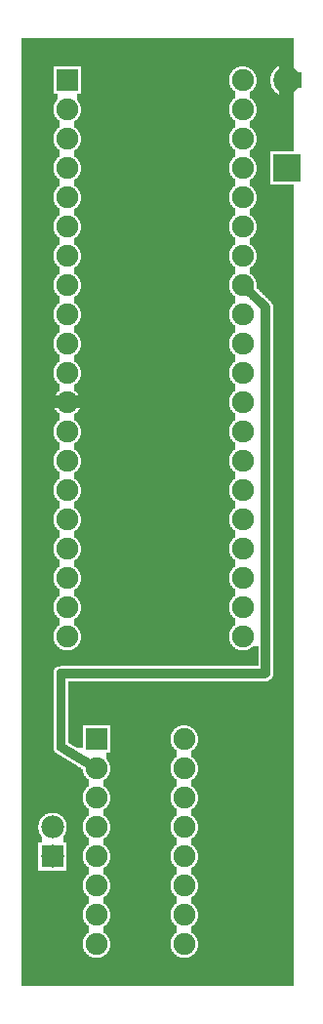
<source format=gbl>
G04 MADE WITH FRITZING*
G04 WWW.FRITZING.ORG*
G04 DOUBLE SIDED*
G04 HOLES PLATED*
G04 CONTOUR ON CENTER OF CONTOUR VECTOR*
%ASAXBY*%
%FSLAX23Y23*%
%MOIN*%
%OFA0B0*%
%SFA1.0B1.0*%
%ADD10C,0.075000*%
%ADD11C,0.078000*%
%ADD12C,0.092000*%
%ADD13R,0.075000X0.075000*%
%ADD14R,0.078000X0.078000*%
%ADD15R,0.092000X0.092000*%
%ADD16R,0.001000X0.001000*%
%LNCOPPER0*%
G90*
G70*
G54D10*
X891Y2998D03*
X197Y3134D03*
X797Y3134D03*
X197Y3034D03*
X797Y3034D03*
X197Y2934D03*
X797Y2934D03*
X197Y2834D03*
X797Y2834D03*
X197Y2734D03*
X797Y2734D03*
X197Y2634D03*
X797Y2634D03*
X197Y2534D03*
X797Y2534D03*
X197Y2434D03*
X797Y2434D03*
X197Y2334D03*
X797Y2334D03*
X197Y2234D03*
X797Y2234D03*
X197Y2134D03*
X797Y2134D03*
X197Y2034D03*
X797Y2034D03*
X197Y1934D03*
X797Y1934D03*
X197Y1834D03*
X797Y1834D03*
X197Y1734D03*
X797Y1734D03*
X197Y1634D03*
X797Y1634D03*
X197Y1534D03*
X797Y1534D03*
X197Y1434D03*
X797Y1434D03*
X197Y1334D03*
X797Y1334D03*
X197Y1234D03*
X797Y1234D03*
X297Y884D03*
X597Y884D03*
X297Y784D03*
X597Y784D03*
X297Y684D03*
X597Y684D03*
X297Y584D03*
X597Y584D03*
X297Y484D03*
X597Y484D03*
X297Y384D03*
X597Y384D03*
X297Y284D03*
X597Y284D03*
X297Y184D03*
X597Y184D03*
G54D11*
X147Y484D03*
X147Y584D03*
G54D12*
X947Y2834D03*
X947Y3134D03*
G54D13*
X197Y3134D03*
X297Y884D03*
G54D14*
X147Y484D03*
G54D15*
X947Y2834D03*
G36*
X40Y3279D02*
X40Y3191D01*
X948Y3191D01*
X948Y3189D01*
X970Y3189D01*
X970Y3279D01*
X40Y3279D01*
G37*
D02*
G36*
X40Y3191D02*
X40Y3181D01*
X808Y3181D01*
X808Y3179D01*
X816Y3179D01*
X816Y3177D01*
X818Y3177D01*
X818Y3175D01*
X822Y3175D01*
X822Y3173D01*
X826Y3173D01*
X826Y3171D01*
X828Y3171D01*
X828Y3169D01*
X830Y3169D01*
X830Y3167D01*
X832Y3167D01*
X832Y3165D01*
X834Y3165D01*
X834Y3163D01*
X836Y3163D01*
X836Y3159D01*
X838Y3159D01*
X838Y3155D01*
X840Y3155D01*
X840Y3153D01*
X842Y3153D01*
X842Y3145D01*
X844Y3145D01*
X844Y3123D01*
X842Y3123D01*
X842Y3115D01*
X840Y3115D01*
X840Y3113D01*
X838Y3113D01*
X838Y3109D01*
X836Y3109D01*
X836Y3105D01*
X834Y3105D01*
X834Y3103D01*
X832Y3103D01*
X832Y3101D01*
X830Y3101D01*
X830Y3099D01*
X828Y3099D01*
X828Y3097D01*
X826Y3097D01*
X826Y3095D01*
X822Y3095D01*
X822Y3073D01*
X826Y3073D01*
X826Y3071D01*
X828Y3071D01*
X828Y3069D01*
X830Y3069D01*
X830Y3067D01*
X832Y3067D01*
X832Y3065D01*
X834Y3065D01*
X834Y3063D01*
X836Y3063D01*
X836Y3059D01*
X838Y3059D01*
X838Y3055D01*
X840Y3055D01*
X840Y3053D01*
X842Y3053D01*
X842Y3045D01*
X844Y3045D01*
X844Y3023D01*
X842Y3023D01*
X842Y3015D01*
X840Y3015D01*
X840Y3013D01*
X838Y3013D01*
X838Y3009D01*
X836Y3009D01*
X836Y3005D01*
X834Y3005D01*
X834Y3003D01*
X832Y3003D01*
X832Y3001D01*
X830Y3001D01*
X830Y2999D01*
X828Y2999D01*
X828Y2997D01*
X826Y2997D01*
X826Y2995D01*
X822Y2995D01*
X822Y2973D01*
X826Y2973D01*
X826Y2971D01*
X828Y2971D01*
X828Y2969D01*
X830Y2969D01*
X830Y2967D01*
X832Y2967D01*
X832Y2965D01*
X834Y2965D01*
X834Y2963D01*
X836Y2963D01*
X836Y2959D01*
X838Y2959D01*
X838Y2955D01*
X840Y2955D01*
X840Y2953D01*
X842Y2953D01*
X842Y2945D01*
X844Y2945D01*
X844Y2923D01*
X842Y2923D01*
X842Y2915D01*
X840Y2915D01*
X840Y2913D01*
X838Y2913D01*
X838Y2909D01*
X836Y2909D01*
X836Y2905D01*
X834Y2905D01*
X834Y2903D01*
X832Y2903D01*
X832Y2901D01*
X830Y2901D01*
X830Y2899D01*
X828Y2899D01*
X828Y2897D01*
X826Y2897D01*
X826Y2895D01*
X822Y2895D01*
X822Y2873D01*
X826Y2873D01*
X826Y2871D01*
X828Y2871D01*
X828Y2869D01*
X830Y2869D01*
X830Y2867D01*
X832Y2867D01*
X832Y2865D01*
X834Y2865D01*
X834Y2863D01*
X836Y2863D01*
X836Y2859D01*
X838Y2859D01*
X838Y2855D01*
X840Y2855D01*
X840Y2853D01*
X842Y2853D01*
X842Y2845D01*
X844Y2845D01*
X844Y2823D01*
X842Y2823D01*
X842Y2815D01*
X840Y2815D01*
X840Y2813D01*
X838Y2813D01*
X838Y2809D01*
X836Y2809D01*
X836Y2805D01*
X834Y2805D01*
X834Y2803D01*
X832Y2803D01*
X832Y2801D01*
X830Y2801D01*
X830Y2799D01*
X828Y2799D01*
X828Y2797D01*
X826Y2797D01*
X826Y2795D01*
X822Y2795D01*
X822Y2773D01*
X826Y2773D01*
X826Y2771D01*
X828Y2771D01*
X828Y2769D01*
X830Y2769D01*
X830Y2767D01*
X832Y2767D01*
X832Y2765D01*
X834Y2765D01*
X834Y2763D01*
X836Y2763D01*
X836Y2759D01*
X838Y2759D01*
X838Y2755D01*
X840Y2755D01*
X840Y2753D01*
X842Y2753D01*
X842Y2745D01*
X844Y2745D01*
X844Y2723D01*
X842Y2723D01*
X842Y2715D01*
X840Y2715D01*
X840Y2713D01*
X838Y2713D01*
X838Y2709D01*
X836Y2709D01*
X836Y2705D01*
X834Y2705D01*
X834Y2703D01*
X832Y2703D01*
X832Y2701D01*
X830Y2701D01*
X830Y2699D01*
X828Y2699D01*
X828Y2697D01*
X826Y2697D01*
X826Y2695D01*
X822Y2695D01*
X822Y2673D01*
X826Y2673D01*
X826Y2671D01*
X828Y2671D01*
X828Y2669D01*
X830Y2669D01*
X830Y2667D01*
X832Y2667D01*
X832Y2665D01*
X834Y2665D01*
X834Y2663D01*
X836Y2663D01*
X836Y2659D01*
X838Y2659D01*
X838Y2655D01*
X840Y2655D01*
X840Y2653D01*
X842Y2653D01*
X842Y2645D01*
X844Y2645D01*
X844Y2623D01*
X842Y2623D01*
X842Y2615D01*
X840Y2615D01*
X840Y2613D01*
X838Y2613D01*
X838Y2609D01*
X836Y2609D01*
X836Y2605D01*
X834Y2605D01*
X834Y2603D01*
X832Y2603D01*
X832Y2601D01*
X830Y2601D01*
X830Y2599D01*
X828Y2599D01*
X828Y2597D01*
X826Y2597D01*
X826Y2595D01*
X822Y2595D01*
X822Y2573D01*
X826Y2573D01*
X826Y2571D01*
X828Y2571D01*
X828Y2569D01*
X830Y2569D01*
X830Y2567D01*
X832Y2567D01*
X832Y2565D01*
X834Y2565D01*
X834Y2563D01*
X836Y2563D01*
X836Y2559D01*
X838Y2559D01*
X838Y2555D01*
X840Y2555D01*
X840Y2553D01*
X842Y2553D01*
X842Y2545D01*
X844Y2545D01*
X844Y2523D01*
X842Y2523D01*
X842Y2515D01*
X840Y2515D01*
X840Y2513D01*
X838Y2513D01*
X838Y2509D01*
X836Y2509D01*
X836Y2505D01*
X834Y2505D01*
X834Y2503D01*
X832Y2503D01*
X832Y2501D01*
X830Y2501D01*
X830Y2499D01*
X828Y2499D01*
X828Y2497D01*
X826Y2497D01*
X826Y2495D01*
X822Y2495D01*
X822Y2473D01*
X826Y2473D01*
X826Y2471D01*
X828Y2471D01*
X828Y2469D01*
X830Y2469D01*
X830Y2467D01*
X832Y2467D01*
X832Y2465D01*
X834Y2465D01*
X834Y2463D01*
X836Y2463D01*
X836Y2459D01*
X838Y2459D01*
X838Y2455D01*
X840Y2455D01*
X840Y2453D01*
X842Y2453D01*
X842Y2445D01*
X844Y2445D01*
X844Y2425D01*
X846Y2425D01*
X846Y2423D01*
X848Y2423D01*
X848Y2421D01*
X850Y2421D01*
X850Y2419D01*
X852Y2419D01*
X852Y2417D01*
X854Y2417D01*
X854Y2415D01*
X856Y2415D01*
X856Y2413D01*
X858Y2413D01*
X858Y2411D01*
X860Y2411D01*
X860Y2409D01*
X862Y2409D01*
X862Y2407D01*
X864Y2407D01*
X864Y2405D01*
X866Y2405D01*
X866Y2403D01*
X868Y2403D01*
X868Y2401D01*
X870Y2401D01*
X870Y2399D01*
X872Y2399D01*
X872Y2397D01*
X874Y2397D01*
X874Y2395D01*
X876Y2395D01*
X876Y2393D01*
X878Y2393D01*
X878Y2391D01*
X880Y2391D01*
X880Y2389D01*
X882Y2389D01*
X882Y2387D01*
X884Y2387D01*
X884Y2385D01*
X886Y2385D01*
X886Y2383D01*
X888Y2383D01*
X888Y2381D01*
X892Y2381D01*
X892Y2379D01*
X894Y2379D01*
X894Y2375D01*
X896Y2375D01*
X896Y2373D01*
X898Y2373D01*
X898Y2369D01*
X900Y2369D01*
X900Y2363D01*
X902Y2363D01*
X902Y1105D01*
X900Y1105D01*
X900Y1097D01*
X898Y1097D01*
X898Y1093D01*
X896Y1093D01*
X896Y1091D01*
X894Y1091D01*
X894Y1089D01*
X892Y1089D01*
X892Y1087D01*
X888Y1087D01*
X888Y1085D01*
X884Y1085D01*
X884Y1083D01*
X202Y1083D01*
X202Y931D01*
X608Y931D01*
X608Y929D01*
X616Y929D01*
X616Y927D01*
X618Y927D01*
X618Y925D01*
X622Y925D01*
X622Y923D01*
X626Y923D01*
X626Y921D01*
X628Y921D01*
X628Y919D01*
X630Y919D01*
X630Y917D01*
X632Y917D01*
X632Y915D01*
X634Y915D01*
X634Y913D01*
X636Y913D01*
X636Y909D01*
X638Y909D01*
X638Y905D01*
X640Y905D01*
X640Y903D01*
X642Y903D01*
X642Y895D01*
X644Y895D01*
X644Y873D01*
X642Y873D01*
X642Y865D01*
X640Y865D01*
X640Y863D01*
X638Y863D01*
X638Y859D01*
X636Y859D01*
X636Y855D01*
X634Y855D01*
X634Y853D01*
X632Y853D01*
X632Y851D01*
X630Y851D01*
X630Y849D01*
X628Y849D01*
X628Y847D01*
X626Y847D01*
X626Y845D01*
X622Y845D01*
X622Y823D01*
X626Y823D01*
X626Y821D01*
X628Y821D01*
X628Y819D01*
X630Y819D01*
X630Y817D01*
X632Y817D01*
X632Y815D01*
X634Y815D01*
X634Y813D01*
X636Y813D01*
X636Y809D01*
X638Y809D01*
X638Y805D01*
X640Y805D01*
X640Y803D01*
X642Y803D01*
X642Y795D01*
X644Y795D01*
X644Y773D01*
X642Y773D01*
X642Y765D01*
X640Y765D01*
X640Y763D01*
X638Y763D01*
X638Y759D01*
X636Y759D01*
X636Y755D01*
X634Y755D01*
X634Y753D01*
X632Y753D01*
X632Y751D01*
X630Y751D01*
X630Y749D01*
X628Y749D01*
X628Y747D01*
X626Y747D01*
X626Y745D01*
X622Y745D01*
X622Y723D01*
X626Y723D01*
X626Y721D01*
X628Y721D01*
X628Y719D01*
X630Y719D01*
X630Y717D01*
X632Y717D01*
X632Y715D01*
X634Y715D01*
X634Y713D01*
X636Y713D01*
X636Y709D01*
X638Y709D01*
X638Y705D01*
X640Y705D01*
X640Y703D01*
X642Y703D01*
X642Y695D01*
X644Y695D01*
X644Y673D01*
X642Y673D01*
X642Y665D01*
X640Y665D01*
X640Y663D01*
X638Y663D01*
X638Y659D01*
X636Y659D01*
X636Y655D01*
X634Y655D01*
X634Y653D01*
X632Y653D01*
X632Y651D01*
X630Y651D01*
X630Y649D01*
X628Y649D01*
X628Y647D01*
X626Y647D01*
X626Y645D01*
X622Y645D01*
X622Y623D01*
X626Y623D01*
X626Y621D01*
X628Y621D01*
X628Y619D01*
X630Y619D01*
X630Y617D01*
X632Y617D01*
X632Y615D01*
X634Y615D01*
X634Y613D01*
X636Y613D01*
X636Y609D01*
X638Y609D01*
X638Y605D01*
X640Y605D01*
X640Y603D01*
X642Y603D01*
X642Y595D01*
X644Y595D01*
X644Y573D01*
X642Y573D01*
X642Y565D01*
X640Y565D01*
X640Y563D01*
X638Y563D01*
X638Y559D01*
X636Y559D01*
X636Y555D01*
X634Y555D01*
X634Y553D01*
X632Y553D01*
X632Y551D01*
X630Y551D01*
X630Y549D01*
X628Y549D01*
X628Y547D01*
X626Y547D01*
X626Y545D01*
X622Y545D01*
X622Y523D01*
X626Y523D01*
X626Y521D01*
X628Y521D01*
X628Y519D01*
X630Y519D01*
X630Y517D01*
X632Y517D01*
X632Y515D01*
X634Y515D01*
X634Y513D01*
X636Y513D01*
X636Y509D01*
X638Y509D01*
X638Y505D01*
X640Y505D01*
X640Y503D01*
X642Y503D01*
X642Y495D01*
X644Y495D01*
X644Y473D01*
X642Y473D01*
X642Y465D01*
X640Y465D01*
X640Y463D01*
X638Y463D01*
X638Y459D01*
X636Y459D01*
X636Y455D01*
X634Y455D01*
X634Y453D01*
X632Y453D01*
X632Y451D01*
X630Y451D01*
X630Y449D01*
X628Y449D01*
X628Y447D01*
X626Y447D01*
X626Y445D01*
X622Y445D01*
X622Y423D01*
X626Y423D01*
X626Y421D01*
X628Y421D01*
X628Y419D01*
X630Y419D01*
X630Y417D01*
X632Y417D01*
X632Y415D01*
X634Y415D01*
X634Y413D01*
X636Y413D01*
X636Y409D01*
X638Y409D01*
X638Y405D01*
X640Y405D01*
X640Y403D01*
X642Y403D01*
X642Y395D01*
X644Y395D01*
X644Y373D01*
X642Y373D01*
X642Y365D01*
X640Y365D01*
X640Y363D01*
X638Y363D01*
X638Y359D01*
X636Y359D01*
X636Y355D01*
X634Y355D01*
X634Y353D01*
X632Y353D01*
X632Y351D01*
X630Y351D01*
X630Y349D01*
X628Y349D01*
X628Y347D01*
X626Y347D01*
X626Y345D01*
X622Y345D01*
X622Y323D01*
X626Y323D01*
X626Y321D01*
X628Y321D01*
X628Y319D01*
X630Y319D01*
X630Y317D01*
X632Y317D01*
X632Y315D01*
X634Y315D01*
X634Y313D01*
X636Y313D01*
X636Y309D01*
X638Y309D01*
X638Y305D01*
X640Y305D01*
X640Y303D01*
X642Y303D01*
X642Y295D01*
X644Y295D01*
X644Y273D01*
X642Y273D01*
X642Y265D01*
X640Y265D01*
X640Y263D01*
X638Y263D01*
X638Y259D01*
X636Y259D01*
X636Y255D01*
X634Y255D01*
X634Y253D01*
X632Y253D01*
X632Y251D01*
X630Y251D01*
X630Y249D01*
X628Y249D01*
X628Y247D01*
X626Y247D01*
X626Y245D01*
X622Y245D01*
X622Y223D01*
X626Y223D01*
X626Y221D01*
X628Y221D01*
X628Y219D01*
X630Y219D01*
X630Y217D01*
X632Y217D01*
X632Y215D01*
X634Y215D01*
X634Y213D01*
X636Y213D01*
X636Y209D01*
X638Y209D01*
X638Y205D01*
X640Y205D01*
X640Y203D01*
X642Y203D01*
X642Y195D01*
X644Y195D01*
X644Y173D01*
X642Y173D01*
X642Y165D01*
X640Y165D01*
X640Y163D01*
X638Y163D01*
X638Y159D01*
X636Y159D01*
X636Y155D01*
X634Y155D01*
X634Y153D01*
X632Y153D01*
X632Y151D01*
X630Y151D01*
X630Y149D01*
X628Y149D01*
X628Y147D01*
X626Y147D01*
X626Y145D01*
X622Y145D01*
X622Y143D01*
X618Y143D01*
X618Y141D01*
X614Y141D01*
X614Y139D01*
X608Y139D01*
X608Y137D01*
X970Y137D01*
X970Y2779D01*
X892Y2779D01*
X892Y2891D01*
X970Y2891D01*
X970Y3079D01*
X934Y3079D01*
X934Y3081D01*
X926Y3081D01*
X926Y3083D01*
X922Y3083D01*
X922Y3085D01*
X918Y3085D01*
X918Y3087D01*
X916Y3087D01*
X916Y3089D01*
X914Y3089D01*
X914Y3091D01*
X910Y3091D01*
X910Y3093D01*
X908Y3093D01*
X908Y3095D01*
X906Y3095D01*
X906Y3097D01*
X904Y3097D01*
X904Y3101D01*
X902Y3101D01*
X902Y3103D01*
X900Y3103D01*
X900Y3105D01*
X898Y3105D01*
X898Y3109D01*
X896Y3109D01*
X896Y3113D01*
X894Y3113D01*
X894Y3121D01*
X892Y3121D01*
X892Y3147D01*
X894Y3147D01*
X894Y3155D01*
X896Y3155D01*
X896Y3159D01*
X898Y3159D01*
X898Y3163D01*
X900Y3163D01*
X900Y3165D01*
X902Y3165D01*
X902Y3169D01*
X904Y3169D01*
X904Y3171D01*
X906Y3171D01*
X906Y3173D01*
X908Y3173D01*
X908Y3175D01*
X910Y3175D01*
X910Y3177D01*
X912Y3177D01*
X912Y3179D01*
X916Y3179D01*
X916Y3181D01*
X918Y3181D01*
X918Y3183D01*
X922Y3183D01*
X922Y3185D01*
X926Y3185D01*
X926Y3187D01*
X932Y3187D01*
X932Y3189D01*
X946Y3189D01*
X946Y3191D01*
X40Y3191D01*
G37*
D02*
G36*
X40Y3181D02*
X40Y1187D01*
X186Y1187D01*
X186Y1189D01*
X180Y1189D01*
X180Y1191D01*
X176Y1191D01*
X176Y1193D01*
X172Y1193D01*
X172Y1195D01*
X170Y1195D01*
X170Y1197D01*
X166Y1197D01*
X166Y1199D01*
X164Y1199D01*
X164Y1201D01*
X162Y1201D01*
X162Y1203D01*
X160Y1203D01*
X160Y1207D01*
X158Y1207D01*
X158Y1209D01*
X156Y1209D01*
X156Y1213D01*
X154Y1213D01*
X154Y1217D01*
X152Y1217D01*
X152Y1223D01*
X150Y1223D01*
X150Y1245D01*
X152Y1245D01*
X152Y1251D01*
X154Y1251D01*
X154Y1255D01*
X156Y1255D01*
X156Y1259D01*
X158Y1259D01*
X158Y1263D01*
X160Y1263D01*
X160Y1265D01*
X162Y1265D01*
X162Y1267D01*
X164Y1267D01*
X164Y1269D01*
X166Y1269D01*
X166Y1271D01*
X168Y1271D01*
X168Y1273D01*
X172Y1273D01*
X172Y1295D01*
X170Y1295D01*
X170Y1297D01*
X166Y1297D01*
X166Y1299D01*
X164Y1299D01*
X164Y1301D01*
X162Y1301D01*
X162Y1303D01*
X160Y1303D01*
X160Y1307D01*
X158Y1307D01*
X158Y1309D01*
X156Y1309D01*
X156Y1313D01*
X154Y1313D01*
X154Y1317D01*
X152Y1317D01*
X152Y1323D01*
X150Y1323D01*
X150Y1345D01*
X152Y1345D01*
X152Y1351D01*
X154Y1351D01*
X154Y1355D01*
X156Y1355D01*
X156Y1359D01*
X158Y1359D01*
X158Y1363D01*
X160Y1363D01*
X160Y1365D01*
X162Y1365D01*
X162Y1367D01*
X164Y1367D01*
X164Y1369D01*
X166Y1369D01*
X166Y1371D01*
X168Y1371D01*
X168Y1373D01*
X172Y1373D01*
X172Y1395D01*
X170Y1395D01*
X170Y1397D01*
X166Y1397D01*
X166Y1399D01*
X164Y1399D01*
X164Y1401D01*
X162Y1401D01*
X162Y1403D01*
X160Y1403D01*
X160Y1407D01*
X158Y1407D01*
X158Y1409D01*
X156Y1409D01*
X156Y1413D01*
X154Y1413D01*
X154Y1417D01*
X152Y1417D01*
X152Y1423D01*
X150Y1423D01*
X150Y1445D01*
X152Y1445D01*
X152Y1451D01*
X154Y1451D01*
X154Y1455D01*
X156Y1455D01*
X156Y1459D01*
X158Y1459D01*
X158Y1463D01*
X160Y1463D01*
X160Y1465D01*
X162Y1465D01*
X162Y1467D01*
X164Y1467D01*
X164Y1469D01*
X166Y1469D01*
X166Y1471D01*
X168Y1471D01*
X168Y1473D01*
X172Y1473D01*
X172Y1495D01*
X170Y1495D01*
X170Y1497D01*
X166Y1497D01*
X166Y1499D01*
X164Y1499D01*
X164Y1501D01*
X162Y1501D01*
X162Y1503D01*
X160Y1503D01*
X160Y1507D01*
X158Y1507D01*
X158Y1509D01*
X156Y1509D01*
X156Y1513D01*
X154Y1513D01*
X154Y1517D01*
X152Y1517D01*
X152Y1523D01*
X150Y1523D01*
X150Y1545D01*
X152Y1545D01*
X152Y1551D01*
X154Y1551D01*
X154Y1555D01*
X156Y1555D01*
X156Y1559D01*
X158Y1559D01*
X158Y1563D01*
X160Y1563D01*
X160Y1565D01*
X162Y1565D01*
X162Y1567D01*
X164Y1567D01*
X164Y1569D01*
X166Y1569D01*
X166Y1571D01*
X168Y1571D01*
X168Y1573D01*
X172Y1573D01*
X172Y1595D01*
X170Y1595D01*
X170Y1597D01*
X166Y1597D01*
X166Y1599D01*
X164Y1599D01*
X164Y1601D01*
X162Y1601D01*
X162Y1603D01*
X160Y1603D01*
X160Y1607D01*
X158Y1607D01*
X158Y1609D01*
X156Y1609D01*
X156Y1613D01*
X154Y1613D01*
X154Y1617D01*
X152Y1617D01*
X152Y1623D01*
X150Y1623D01*
X150Y1645D01*
X152Y1645D01*
X152Y1651D01*
X154Y1651D01*
X154Y1655D01*
X156Y1655D01*
X156Y1659D01*
X158Y1659D01*
X158Y1663D01*
X160Y1663D01*
X160Y1665D01*
X162Y1665D01*
X162Y1667D01*
X164Y1667D01*
X164Y1669D01*
X166Y1669D01*
X166Y1671D01*
X168Y1671D01*
X168Y1673D01*
X172Y1673D01*
X172Y1695D01*
X170Y1695D01*
X170Y1697D01*
X166Y1697D01*
X166Y1699D01*
X164Y1699D01*
X164Y1701D01*
X162Y1701D01*
X162Y1703D01*
X160Y1703D01*
X160Y1707D01*
X158Y1707D01*
X158Y1709D01*
X156Y1709D01*
X156Y1713D01*
X154Y1713D01*
X154Y1717D01*
X152Y1717D01*
X152Y1723D01*
X150Y1723D01*
X150Y1745D01*
X152Y1745D01*
X152Y1751D01*
X154Y1751D01*
X154Y1755D01*
X156Y1755D01*
X156Y1759D01*
X158Y1759D01*
X158Y1763D01*
X160Y1763D01*
X160Y1765D01*
X162Y1765D01*
X162Y1767D01*
X164Y1767D01*
X164Y1769D01*
X166Y1769D01*
X166Y1771D01*
X168Y1771D01*
X168Y1773D01*
X172Y1773D01*
X172Y1795D01*
X170Y1795D01*
X170Y1797D01*
X166Y1797D01*
X166Y1799D01*
X164Y1799D01*
X164Y1801D01*
X162Y1801D01*
X162Y1803D01*
X160Y1803D01*
X160Y1807D01*
X158Y1807D01*
X158Y1809D01*
X156Y1809D01*
X156Y1813D01*
X154Y1813D01*
X154Y1817D01*
X152Y1817D01*
X152Y1823D01*
X150Y1823D01*
X150Y1845D01*
X152Y1845D01*
X152Y1851D01*
X154Y1851D01*
X154Y1855D01*
X156Y1855D01*
X156Y1859D01*
X158Y1859D01*
X158Y1863D01*
X160Y1863D01*
X160Y1865D01*
X162Y1865D01*
X162Y1867D01*
X164Y1867D01*
X164Y1869D01*
X166Y1869D01*
X166Y1871D01*
X168Y1871D01*
X168Y1873D01*
X172Y1873D01*
X172Y1895D01*
X170Y1895D01*
X170Y1897D01*
X166Y1897D01*
X166Y1899D01*
X164Y1899D01*
X164Y1901D01*
X162Y1901D01*
X162Y1903D01*
X160Y1903D01*
X160Y1907D01*
X158Y1907D01*
X158Y1909D01*
X156Y1909D01*
X156Y1913D01*
X154Y1913D01*
X154Y1917D01*
X152Y1917D01*
X152Y1923D01*
X150Y1923D01*
X150Y1945D01*
X152Y1945D01*
X152Y1951D01*
X154Y1951D01*
X154Y1955D01*
X156Y1955D01*
X156Y1959D01*
X158Y1959D01*
X158Y1963D01*
X160Y1963D01*
X160Y1965D01*
X162Y1965D01*
X162Y1967D01*
X164Y1967D01*
X164Y1969D01*
X166Y1969D01*
X166Y1971D01*
X168Y1971D01*
X168Y1973D01*
X172Y1973D01*
X172Y1995D01*
X170Y1995D01*
X170Y1997D01*
X166Y1997D01*
X166Y1999D01*
X164Y1999D01*
X164Y2001D01*
X162Y2001D01*
X162Y2003D01*
X160Y2003D01*
X160Y2007D01*
X158Y2007D01*
X158Y2009D01*
X156Y2009D01*
X156Y2013D01*
X154Y2013D01*
X154Y2017D01*
X152Y2017D01*
X152Y2023D01*
X150Y2023D01*
X150Y2045D01*
X152Y2045D01*
X152Y2051D01*
X154Y2051D01*
X154Y2055D01*
X156Y2055D01*
X156Y2059D01*
X158Y2059D01*
X158Y2063D01*
X160Y2063D01*
X160Y2065D01*
X162Y2065D01*
X162Y2067D01*
X164Y2067D01*
X164Y2069D01*
X166Y2069D01*
X166Y2071D01*
X168Y2071D01*
X168Y2073D01*
X172Y2073D01*
X172Y2095D01*
X170Y2095D01*
X170Y2097D01*
X166Y2097D01*
X166Y2099D01*
X164Y2099D01*
X164Y2101D01*
X162Y2101D01*
X162Y2103D01*
X160Y2103D01*
X160Y2107D01*
X158Y2107D01*
X158Y2109D01*
X156Y2109D01*
X156Y2113D01*
X154Y2113D01*
X154Y2117D01*
X152Y2117D01*
X152Y2123D01*
X150Y2123D01*
X150Y2145D01*
X152Y2145D01*
X152Y2151D01*
X154Y2151D01*
X154Y2155D01*
X156Y2155D01*
X156Y2159D01*
X158Y2159D01*
X158Y2163D01*
X160Y2163D01*
X160Y2165D01*
X162Y2165D01*
X162Y2167D01*
X164Y2167D01*
X164Y2169D01*
X166Y2169D01*
X166Y2171D01*
X168Y2171D01*
X168Y2173D01*
X172Y2173D01*
X172Y2195D01*
X170Y2195D01*
X170Y2197D01*
X166Y2197D01*
X166Y2199D01*
X164Y2199D01*
X164Y2201D01*
X162Y2201D01*
X162Y2203D01*
X160Y2203D01*
X160Y2207D01*
X158Y2207D01*
X158Y2209D01*
X156Y2209D01*
X156Y2213D01*
X154Y2213D01*
X154Y2217D01*
X152Y2217D01*
X152Y2223D01*
X150Y2223D01*
X150Y2245D01*
X152Y2245D01*
X152Y2251D01*
X154Y2251D01*
X154Y2255D01*
X156Y2255D01*
X156Y2259D01*
X158Y2259D01*
X158Y2263D01*
X160Y2263D01*
X160Y2265D01*
X162Y2265D01*
X162Y2267D01*
X164Y2267D01*
X164Y2269D01*
X166Y2269D01*
X166Y2271D01*
X168Y2271D01*
X168Y2273D01*
X172Y2273D01*
X172Y2295D01*
X170Y2295D01*
X170Y2297D01*
X166Y2297D01*
X166Y2299D01*
X164Y2299D01*
X164Y2301D01*
X162Y2301D01*
X162Y2303D01*
X160Y2303D01*
X160Y2307D01*
X158Y2307D01*
X158Y2309D01*
X156Y2309D01*
X156Y2313D01*
X154Y2313D01*
X154Y2317D01*
X152Y2317D01*
X152Y2323D01*
X150Y2323D01*
X150Y2345D01*
X152Y2345D01*
X152Y2351D01*
X154Y2351D01*
X154Y2355D01*
X156Y2355D01*
X156Y2359D01*
X158Y2359D01*
X158Y2363D01*
X160Y2363D01*
X160Y2365D01*
X162Y2365D01*
X162Y2367D01*
X164Y2367D01*
X164Y2369D01*
X166Y2369D01*
X166Y2371D01*
X168Y2371D01*
X168Y2373D01*
X172Y2373D01*
X172Y2395D01*
X170Y2395D01*
X170Y2397D01*
X166Y2397D01*
X166Y2399D01*
X164Y2399D01*
X164Y2401D01*
X162Y2401D01*
X162Y2403D01*
X160Y2403D01*
X160Y2407D01*
X158Y2407D01*
X158Y2409D01*
X156Y2409D01*
X156Y2413D01*
X154Y2413D01*
X154Y2417D01*
X152Y2417D01*
X152Y2423D01*
X150Y2423D01*
X150Y2445D01*
X152Y2445D01*
X152Y2451D01*
X154Y2451D01*
X154Y2455D01*
X156Y2455D01*
X156Y2459D01*
X158Y2459D01*
X158Y2463D01*
X160Y2463D01*
X160Y2465D01*
X162Y2465D01*
X162Y2467D01*
X164Y2467D01*
X164Y2469D01*
X166Y2469D01*
X166Y2471D01*
X168Y2471D01*
X168Y2473D01*
X172Y2473D01*
X172Y2495D01*
X170Y2495D01*
X170Y2497D01*
X166Y2497D01*
X166Y2499D01*
X164Y2499D01*
X164Y2501D01*
X162Y2501D01*
X162Y2503D01*
X160Y2503D01*
X160Y2507D01*
X158Y2507D01*
X158Y2509D01*
X156Y2509D01*
X156Y2513D01*
X154Y2513D01*
X154Y2517D01*
X152Y2517D01*
X152Y2523D01*
X150Y2523D01*
X150Y2545D01*
X152Y2545D01*
X152Y2551D01*
X154Y2551D01*
X154Y2555D01*
X156Y2555D01*
X156Y2559D01*
X158Y2559D01*
X158Y2563D01*
X160Y2563D01*
X160Y2565D01*
X162Y2565D01*
X162Y2567D01*
X164Y2567D01*
X164Y2569D01*
X166Y2569D01*
X166Y2571D01*
X168Y2571D01*
X168Y2573D01*
X172Y2573D01*
X172Y2595D01*
X170Y2595D01*
X170Y2597D01*
X166Y2597D01*
X166Y2599D01*
X164Y2599D01*
X164Y2601D01*
X162Y2601D01*
X162Y2603D01*
X160Y2603D01*
X160Y2607D01*
X158Y2607D01*
X158Y2609D01*
X156Y2609D01*
X156Y2613D01*
X154Y2613D01*
X154Y2617D01*
X152Y2617D01*
X152Y2623D01*
X150Y2623D01*
X150Y2645D01*
X152Y2645D01*
X152Y2651D01*
X154Y2651D01*
X154Y2655D01*
X156Y2655D01*
X156Y2659D01*
X158Y2659D01*
X158Y2663D01*
X160Y2663D01*
X160Y2665D01*
X162Y2665D01*
X162Y2667D01*
X164Y2667D01*
X164Y2669D01*
X166Y2669D01*
X166Y2671D01*
X168Y2671D01*
X168Y2673D01*
X172Y2673D01*
X172Y2695D01*
X170Y2695D01*
X170Y2697D01*
X166Y2697D01*
X166Y2699D01*
X164Y2699D01*
X164Y2701D01*
X162Y2701D01*
X162Y2703D01*
X160Y2703D01*
X160Y2707D01*
X158Y2707D01*
X158Y2709D01*
X156Y2709D01*
X156Y2713D01*
X154Y2713D01*
X154Y2717D01*
X152Y2717D01*
X152Y2723D01*
X150Y2723D01*
X150Y2745D01*
X152Y2745D01*
X152Y2751D01*
X154Y2751D01*
X154Y2755D01*
X156Y2755D01*
X156Y2759D01*
X158Y2759D01*
X158Y2763D01*
X160Y2763D01*
X160Y2765D01*
X162Y2765D01*
X162Y2767D01*
X164Y2767D01*
X164Y2769D01*
X166Y2769D01*
X166Y2771D01*
X168Y2771D01*
X168Y2773D01*
X172Y2773D01*
X172Y2795D01*
X170Y2795D01*
X170Y2797D01*
X166Y2797D01*
X166Y2799D01*
X164Y2799D01*
X164Y2801D01*
X162Y2801D01*
X162Y2803D01*
X160Y2803D01*
X160Y2807D01*
X158Y2807D01*
X158Y2809D01*
X156Y2809D01*
X156Y2813D01*
X154Y2813D01*
X154Y2817D01*
X152Y2817D01*
X152Y2823D01*
X150Y2823D01*
X150Y2845D01*
X152Y2845D01*
X152Y2851D01*
X154Y2851D01*
X154Y2855D01*
X156Y2855D01*
X156Y2859D01*
X158Y2859D01*
X158Y2863D01*
X160Y2863D01*
X160Y2865D01*
X162Y2865D01*
X162Y2867D01*
X164Y2867D01*
X164Y2869D01*
X166Y2869D01*
X166Y2871D01*
X168Y2871D01*
X168Y2873D01*
X172Y2873D01*
X172Y2895D01*
X170Y2895D01*
X170Y2897D01*
X166Y2897D01*
X166Y2899D01*
X164Y2899D01*
X164Y2901D01*
X162Y2901D01*
X162Y2903D01*
X160Y2903D01*
X160Y2907D01*
X158Y2907D01*
X158Y2909D01*
X156Y2909D01*
X156Y2913D01*
X154Y2913D01*
X154Y2917D01*
X152Y2917D01*
X152Y2923D01*
X150Y2923D01*
X150Y2945D01*
X152Y2945D01*
X152Y2951D01*
X154Y2951D01*
X154Y2955D01*
X156Y2955D01*
X156Y2959D01*
X158Y2959D01*
X158Y2963D01*
X160Y2963D01*
X160Y2965D01*
X162Y2965D01*
X162Y2967D01*
X164Y2967D01*
X164Y2969D01*
X166Y2969D01*
X166Y2971D01*
X168Y2971D01*
X168Y2973D01*
X172Y2973D01*
X172Y2995D01*
X170Y2995D01*
X170Y2997D01*
X166Y2997D01*
X166Y2999D01*
X164Y2999D01*
X164Y3001D01*
X162Y3001D01*
X162Y3003D01*
X160Y3003D01*
X160Y3007D01*
X158Y3007D01*
X158Y3009D01*
X156Y3009D01*
X156Y3013D01*
X154Y3013D01*
X154Y3017D01*
X152Y3017D01*
X152Y3023D01*
X150Y3023D01*
X150Y3045D01*
X152Y3045D01*
X152Y3051D01*
X154Y3051D01*
X154Y3055D01*
X156Y3055D01*
X156Y3059D01*
X158Y3059D01*
X158Y3063D01*
X160Y3063D01*
X160Y3065D01*
X162Y3065D01*
X162Y3067D01*
X164Y3067D01*
X164Y3087D01*
X150Y3087D01*
X150Y3181D01*
X40Y3181D01*
G37*
D02*
G36*
X244Y3181D02*
X244Y3087D01*
X230Y3087D01*
X230Y3067D01*
X232Y3067D01*
X232Y3065D01*
X234Y3065D01*
X234Y3063D01*
X236Y3063D01*
X236Y3059D01*
X238Y3059D01*
X238Y3055D01*
X240Y3055D01*
X240Y3053D01*
X242Y3053D01*
X242Y3045D01*
X244Y3045D01*
X244Y3023D01*
X242Y3023D01*
X242Y3015D01*
X240Y3015D01*
X240Y3013D01*
X238Y3013D01*
X238Y3009D01*
X236Y3009D01*
X236Y3005D01*
X234Y3005D01*
X234Y3003D01*
X232Y3003D01*
X232Y3001D01*
X230Y3001D01*
X230Y2999D01*
X228Y2999D01*
X228Y2997D01*
X226Y2997D01*
X226Y2995D01*
X222Y2995D01*
X222Y2973D01*
X226Y2973D01*
X226Y2971D01*
X228Y2971D01*
X228Y2969D01*
X230Y2969D01*
X230Y2967D01*
X232Y2967D01*
X232Y2965D01*
X234Y2965D01*
X234Y2963D01*
X236Y2963D01*
X236Y2959D01*
X238Y2959D01*
X238Y2955D01*
X240Y2955D01*
X240Y2953D01*
X242Y2953D01*
X242Y2945D01*
X244Y2945D01*
X244Y2923D01*
X242Y2923D01*
X242Y2915D01*
X240Y2915D01*
X240Y2913D01*
X238Y2913D01*
X238Y2909D01*
X236Y2909D01*
X236Y2905D01*
X234Y2905D01*
X234Y2903D01*
X232Y2903D01*
X232Y2901D01*
X230Y2901D01*
X230Y2899D01*
X228Y2899D01*
X228Y2897D01*
X226Y2897D01*
X226Y2895D01*
X222Y2895D01*
X222Y2873D01*
X226Y2873D01*
X226Y2871D01*
X228Y2871D01*
X228Y2869D01*
X230Y2869D01*
X230Y2867D01*
X232Y2867D01*
X232Y2865D01*
X234Y2865D01*
X234Y2863D01*
X236Y2863D01*
X236Y2859D01*
X238Y2859D01*
X238Y2855D01*
X240Y2855D01*
X240Y2853D01*
X242Y2853D01*
X242Y2845D01*
X244Y2845D01*
X244Y2823D01*
X242Y2823D01*
X242Y2815D01*
X240Y2815D01*
X240Y2813D01*
X238Y2813D01*
X238Y2809D01*
X236Y2809D01*
X236Y2805D01*
X234Y2805D01*
X234Y2803D01*
X232Y2803D01*
X232Y2801D01*
X230Y2801D01*
X230Y2799D01*
X228Y2799D01*
X228Y2797D01*
X226Y2797D01*
X226Y2795D01*
X222Y2795D01*
X222Y2773D01*
X226Y2773D01*
X226Y2771D01*
X228Y2771D01*
X228Y2769D01*
X230Y2769D01*
X230Y2767D01*
X232Y2767D01*
X232Y2765D01*
X234Y2765D01*
X234Y2763D01*
X236Y2763D01*
X236Y2759D01*
X238Y2759D01*
X238Y2755D01*
X240Y2755D01*
X240Y2753D01*
X242Y2753D01*
X242Y2745D01*
X244Y2745D01*
X244Y2723D01*
X242Y2723D01*
X242Y2715D01*
X240Y2715D01*
X240Y2713D01*
X238Y2713D01*
X238Y2709D01*
X236Y2709D01*
X236Y2705D01*
X234Y2705D01*
X234Y2703D01*
X232Y2703D01*
X232Y2701D01*
X230Y2701D01*
X230Y2699D01*
X228Y2699D01*
X228Y2697D01*
X226Y2697D01*
X226Y2695D01*
X222Y2695D01*
X222Y2673D01*
X226Y2673D01*
X226Y2671D01*
X228Y2671D01*
X228Y2669D01*
X230Y2669D01*
X230Y2667D01*
X232Y2667D01*
X232Y2665D01*
X234Y2665D01*
X234Y2663D01*
X236Y2663D01*
X236Y2659D01*
X238Y2659D01*
X238Y2655D01*
X240Y2655D01*
X240Y2653D01*
X242Y2653D01*
X242Y2645D01*
X244Y2645D01*
X244Y2623D01*
X242Y2623D01*
X242Y2615D01*
X240Y2615D01*
X240Y2613D01*
X238Y2613D01*
X238Y2609D01*
X236Y2609D01*
X236Y2605D01*
X234Y2605D01*
X234Y2603D01*
X232Y2603D01*
X232Y2601D01*
X230Y2601D01*
X230Y2599D01*
X228Y2599D01*
X228Y2597D01*
X226Y2597D01*
X226Y2595D01*
X222Y2595D01*
X222Y2573D01*
X226Y2573D01*
X226Y2571D01*
X228Y2571D01*
X228Y2569D01*
X230Y2569D01*
X230Y2567D01*
X232Y2567D01*
X232Y2565D01*
X234Y2565D01*
X234Y2563D01*
X236Y2563D01*
X236Y2559D01*
X238Y2559D01*
X238Y2555D01*
X240Y2555D01*
X240Y2553D01*
X242Y2553D01*
X242Y2545D01*
X244Y2545D01*
X244Y2523D01*
X242Y2523D01*
X242Y2515D01*
X240Y2515D01*
X240Y2513D01*
X238Y2513D01*
X238Y2509D01*
X236Y2509D01*
X236Y2505D01*
X234Y2505D01*
X234Y2503D01*
X232Y2503D01*
X232Y2501D01*
X230Y2501D01*
X230Y2499D01*
X228Y2499D01*
X228Y2497D01*
X226Y2497D01*
X226Y2495D01*
X222Y2495D01*
X222Y2473D01*
X226Y2473D01*
X226Y2471D01*
X228Y2471D01*
X228Y2469D01*
X230Y2469D01*
X230Y2467D01*
X232Y2467D01*
X232Y2465D01*
X234Y2465D01*
X234Y2463D01*
X236Y2463D01*
X236Y2459D01*
X238Y2459D01*
X238Y2455D01*
X240Y2455D01*
X240Y2453D01*
X242Y2453D01*
X242Y2445D01*
X244Y2445D01*
X244Y2423D01*
X242Y2423D01*
X242Y2415D01*
X240Y2415D01*
X240Y2413D01*
X238Y2413D01*
X238Y2409D01*
X236Y2409D01*
X236Y2405D01*
X234Y2405D01*
X234Y2403D01*
X232Y2403D01*
X232Y2401D01*
X230Y2401D01*
X230Y2399D01*
X228Y2399D01*
X228Y2397D01*
X226Y2397D01*
X226Y2395D01*
X222Y2395D01*
X222Y2373D01*
X226Y2373D01*
X226Y2371D01*
X228Y2371D01*
X228Y2369D01*
X230Y2369D01*
X230Y2367D01*
X232Y2367D01*
X232Y2365D01*
X234Y2365D01*
X234Y2363D01*
X236Y2363D01*
X236Y2359D01*
X238Y2359D01*
X238Y2355D01*
X240Y2355D01*
X240Y2353D01*
X242Y2353D01*
X242Y2345D01*
X244Y2345D01*
X244Y2323D01*
X242Y2323D01*
X242Y2315D01*
X240Y2315D01*
X240Y2313D01*
X238Y2313D01*
X238Y2309D01*
X236Y2309D01*
X236Y2305D01*
X234Y2305D01*
X234Y2303D01*
X232Y2303D01*
X232Y2301D01*
X230Y2301D01*
X230Y2299D01*
X228Y2299D01*
X228Y2297D01*
X226Y2297D01*
X226Y2295D01*
X222Y2295D01*
X222Y2273D01*
X226Y2273D01*
X226Y2271D01*
X228Y2271D01*
X228Y2269D01*
X230Y2269D01*
X230Y2267D01*
X232Y2267D01*
X232Y2265D01*
X234Y2265D01*
X234Y2263D01*
X236Y2263D01*
X236Y2259D01*
X238Y2259D01*
X238Y2255D01*
X240Y2255D01*
X240Y2253D01*
X242Y2253D01*
X242Y2245D01*
X244Y2245D01*
X244Y2223D01*
X242Y2223D01*
X242Y2215D01*
X240Y2215D01*
X240Y2213D01*
X238Y2213D01*
X238Y2209D01*
X236Y2209D01*
X236Y2205D01*
X234Y2205D01*
X234Y2203D01*
X232Y2203D01*
X232Y2201D01*
X230Y2201D01*
X230Y2199D01*
X228Y2199D01*
X228Y2197D01*
X226Y2197D01*
X226Y2195D01*
X222Y2195D01*
X222Y2173D01*
X226Y2173D01*
X226Y2171D01*
X228Y2171D01*
X228Y2169D01*
X230Y2169D01*
X230Y2167D01*
X232Y2167D01*
X232Y2165D01*
X234Y2165D01*
X234Y2163D01*
X236Y2163D01*
X236Y2159D01*
X238Y2159D01*
X238Y2155D01*
X240Y2155D01*
X240Y2153D01*
X242Y2153D01*
X242Y2145D01*
X244Y2145D01*
X244Y2123D01*
X242Y2123D01*
X242Y2115D01*
X240Y2115D01*
X240Y2113D01*
X238Y2113D01*
X238Y2109D01*
X236Y2109D01*
X236Y2105D01*
X234Y2105D01*
X234Y2103D01*
X232Y2103D01*
X232Y2101D01*
X230Y2101D01*
X230Y2099D01*
X228Y2099D01*
X228Y2097D01*
X226Y2097D01*
X226Y2095D01*
X222Y2095D01*
X222Y2073D01*
X226Y2073D01*
X226Y2071D01*
X228Y2071D01*
X228Y2069D01*
X230Y2069D01*
X230Y2067D01*
X232Y2067D01*
X232Y2065D01*
X234Y2065D01*
X234Y2063D01*
X236Y2063D01*
X236Y2059D01*
X238Y2059D01*
X238Y2055D01*
X240Y2055D01*
X240Y2053D01*
X242Y2053D01*
X242Y2045D01*
X244Y2045D01*
X244Y2023D01*
X242Y2023D01*
X242Y2015D01*
X240Y2015D01*
X240Y2013D01*
X238Y2013D01*
X238Y2009D01*
X236Y2009D01*
X236Y2005D01*
X234Y2005D01*
X234Y2003D01*
X232Y2003D01*
X232Y2001D01*
X230Y2001D01*
X230Y1999D01*
X228Y1999D01*
X228Y1997D01*
X226Y1997D01*
X226Y1995D01*
X222Y1995D01*
X222Y1973D01*
X226Y1973D01*
X226Y1971D01*
X228Y1971D01*
X228Y1969D01*
X230Y1969D01*
X230Y1967D01*
X232Y1967D01*
X232Y1965D01*
X234Y1965D01*
X234Y1963D01*
X236Y1963D01*
X236Y1959D01*
X238Y1959D01*
X238Y1955D01*
X240Y1955D01*
X240Y1953D01*
X242Y1953D01*
X242Y1945D01*
X244Y1945D01*
X244Y1923D01*
X242Y1923D01*
X242Y1915D01*
X240Y1915D01*
X240Y1913D01*
X238Y1913D01*
X238Y1909D01*
X236Y1909D01*
X236Y1905D01*
X234Y1905D01*
X234Y1903D01*
X232Y1903D01*
X232Y1901D01*
X230Y1901D01*
X230Y1899D01*
X228Y1899D01*
X228Y1897D01*
X226Y1897D01*
X226Y1895D01*
X222Y1895D01*
X222Y1873D01*
X226Y1873D01*
X226Y1871D01*
X228Y1871D01*
X228Y1869D01*
X230Y1869D01*
X230Y1867D01*
X232Y1867D01*
X232Y1865D01*
X234Y1865D01*
X234Y1863D01*
X236Y1863D01*
X236Y1859D01*
X238Y1859D01*
X238Y1855D01*
X240Y1855D01*
X240Y1853D01*
X242Y1853D01*
X242Y1845D01*
X244Y1845D01*
X244Y1823D01*
X242Y1823D01*
X242Y1815D01*
X240Y1815D01*
X240Y1813D01*
X238Y1813D01*
X238Y1809D01*
X236Y1809D01*
X236Y1805D01*
X234Y1805D01*
X234Y1803D01*
X232Y1803D01*
X232Y1801D01*
X230Y1801D01*
X230Y1799D01*
X228Y1799D01*
X228Y1797D01*
X226Y1797D01*
X226Y1795D01*
X222Y1795D01*
X222Y1773D01*
X226Y1773D01*
X226Y1771D01*
X228Y1771D01*
X228Y1769D01*
X230Y1769D01*
X230Y1767D01*
X232Y1767D01*
X232Y1765D01*
X234Y1765D01*
X234Y1763D01*
X236Y1763D01*
X236Y1759D01*
X238Y1759D01*
X238Y1755D01*
X240Y1755D01*
X240Y1753D01*
X242Y1753D01*
X242Y1745D01*
X244Y1745D01*
X244Y1723D01*
X242Y1723D01*
X242Y1715D01*
X240Y1715D01*
X240Y1713D01*
X238Y1713D01*
X238Y1709D01*
X236Y1709D01*
X236Y1705D01*
X234Y1705D01*
X234Y1703D01*
X232Y1703D01*
X232Y1701D01*
X230Y1701D01*
X230Y1699D01*
X228Y1699D01*
X228Y1697D01*
X226Y1697D01*
X226Y1695D01*
X222Y1695D01*
X222Y1673D01*
X226Y1673D01*
X226Y1671D01*
X228Y1671D01*
X228Y1669D01*
X230Y1669D01*
X230Y1667D01*
X232Y1667D01*
X232Y1665D01*
X234Y1665D01*
X234Y1663D01*
X236Y1663D01*
X236Y1659D01*
X238Y1659D01*
X238Y1655D01*
X240Y1655D01*
X240Y1653D01*
X242Y1653D01*
X242Y1645D01*
X244Y1645D01*
X244Y1623D01*
X242Y1623D01*
X242Y1615D01*
X240Y1615D01*
X240Y1613D01*
X238Y1613D01*
X238Y1609D01*
X236Y1609D01*
X236Y1605D01*
X234Y1605D01*
X234Y1603D01*
X232Y1603D01*
X232Y1601D01*
X230Y1601D01*
X230Y1599D01*
X228Y1599D01*
X228Y1597D01*
X226Y1597D01*
X226Y1595D01*
X222Y1595D01*
X222Y1573D01*
X226Y1573D01*
X226Y1571D01*
X228Y1571D01*
X228Y1569D01*
X230Y1569D01*
X230Y1567D01*
X232Y1567D01*
X232Y1565D01*
X234Y1565D01*
X234Y1563D01*
X236Y1563D01*
X236Y1559D01*
X238Y1559D01*
X238Y1555D01*
X240Y1555D01*
X240Y1553D01*
X242Y1553D01*
X242Y1545D01*
X244Y1545D01*
X244Y1523D01*
X242Y1523D01*
X242Y1515D01*
X240Y1515D01*
X240Y1513D01*
X238Y1513D01*
X238Y1509D01*
X236Y1509D01*
X236Y1505D01*
X234Y1505D01*
X234Y1503D01*
X232Y1503D01*
X232Y1501D01*
X230Y1501D01*
X230Y1499D01*
X228Y1499D01*
X228Y1497D01*
X226Y1497D01*
X226Y1495D01*
X222Y1495D01*
X222Y1473D01*
X226Y1473D01*
X226Y1471D01*
X228Y1471D01*
X228Y1469D01*
X230Y1469D01*
X230Y1467D01*
X232Y1467D01*
X232Y1465D01*
X234Y1465D01*
X234Y1463D01*
X236Y1463D01*
X236Y1459D01*
X238Y1459D01*
X238Y1455D01*
X240Y1455D01*
X240Y1453D01*
X242Y1453D01*
X242Y1445D01*
X244Y1445D01*
X244Y1423D01*
X242Y1423D01*
X242Y1415D01*
X240Y1415D01*
X240Y1413D01*
X238Y1413D01*
X238Y1409D01*
X236Y1409D01*
X236Y1405D01*
X234Y1405D01*
X234Y1403D01*
X232Y1403D01*
X232Y1401D01*
X230Y1401D01*
X230Y1399D01*
X228Y1399D01*
X228Y1397D01*
X226Y1397D01*
X226Y1395D01*
X222Y1395D01*
X222Y1373D01*
X226Y1373D01*
X226Y1371D01*
X228Y1371D01*
X228Y1369D01*
X230Y1369D01*
X230Y1367D01*
X232Y1367D01*
X232Y1365D01*
X234Y1365D01*
X234Y1363D01*
X236Y1363D01*
X236Y1359D01*
X238Y1359D01*
X238Y1355D01*
X240Y1355D01*
X240Y1353D01*
X242Y1353D01*
X242Y1345D01*
X244Y1345D01*
X244Y1323D01*
X242Y1323D01*
X242Y1315D01*
X240Y1315D01*
X240Y1313D01*
X238Y1313D01*
X238Y1309D01*
X236Y1309D01*
X236Y1305D01*
X234Y1305D01*
X234Y1303D01*
X232Y1303D01*
X232Y1301D01*
X230Y1301D01*
X230Y1299D01*
X228Y1299D01*
X228Y1297D01*
X226Y1297D01*
X226Y1295D01*
X222Y1295D01*
X222Y1273D01*
X226Y1273D01*
X226Y1271D01*
X228Y1271D01*
X228Y1269D01*
X230Y1269D01*
X230Y1267D01*
X232Y1267D01*
X232Y1265D01*
X234Y1265D01*
X234Y1263D01*
X236Y1263D01*
X236Y1259D01*
X238Y1259D01*
X238Y1255D01*
X240Y1255D01*
X240Y1253D01*
X242Y1253D01*
X242Y1245D01*
X244Y1245D01*
X244Y1223D01*
X242Y1223D01*
X242Y1215D01*
X240Y1215D01*
X240Y1213D01*
X238Y1213D01*
X238Y1209D01*
X236Y1209D01*
X236Y1205D01*
X234Y1205D01*
X234Y1203D01*
X232Y1203D01*
X232Y1201D01*
X230Y1201D01*
X230Y1199D01*
X228Y1199D01*
X228Y1197D01*
X226Y1197D01*
X226Y1195D01*
X222Y1195D01*
X222Y1193D01*
X218Y1193D01*
X218Y1191D01*
X214Y1191D01*
X214Y1189D01*
X208Y1189D01*
X208Y1187D01*
X786Y1187D01*
X786Y1189D01*
X780Y1189D01*
X780Y1191D01*
X776Y1191D01*
X776Y1193D01*
X772Y1193D01*
X772Y1195D01*
X770Y1195D01*
X770Y1197D01*
X766Y1197D01*
X766Y1199D01*
X764Y1199D01*
X764Y1201D01*
X762Y1201D01*
X762Y1203D01*
X760Y1203D01*
X760Y1207D01*
X758Y1207D01*
X758Y1209D01*
X756Y1209D01*
X756Y1213D01*
X754Y1213D01*
X754Y1217D01*
X752Y1217D01*
X752Y1223D01*
X750Y1223D01*
X750Y1245D01*
X752Y1245D01*
X752Y1251D01*
X754Y1251D01*
X754Y1255D01*
X756Y1255D01*
X756Y1259D01*
X758Y1259D01*
X758Y1263D01*
X760Y1263D01*
X760Y1265D01*
X762Y1265D01*
X762Y1267D01*
X764Y1267D01*
X764Y1269D01*
X766Y1269D01*
X766Y1271D01*
X768Y1271D01*
X768Y1273D01*
X772Y1273D01*
X772Y1295D01*
X770Y1295D01*
X770Y1297D01*
X766Y1297D01*
X766Y1299D01*
X764Y1299D01*
X764Y1301D01*
X762Y1301D01*
X762Y1303D01*
X760Y1303D01*
X760Y1307D01*
X758Y1307D01*
X758Y1309D01*
X756Y1309D01*
X756Y1313D01*
X754Y1313D01*
X754Y1317D01*
X752Y1317D01*
X752Y1323D01*
X750Y1323D01*
X750Y1345D01*
X752Y1345D01*
X752Y1351D01*
X754Y1351D01*
X754Y1355D01*
X756Y1355D01*
X756Y1359D01*
X758Y1359D01*
X758Y1363D01*
X760Y1363D01*
X760Y1365D01*
X762Y1365D01*
X762Y1367D01*
X764Y1367D01*
X764Y1369D01*
X766Y1369D01*
X766Y1371D01*
X768Y1371D01*
X768Y1373D01*
X772Y1373D01*
X772Y1395D01*
X770Y1395D01*
X770Y1397D01*
X766Y1397D01*
X766Y1399D01*
X764Y1399D01*
X764Y1401D01*
X762Y1401D01*
X762Y1403D01*
X760Y1403D01*
X760Y1407D01*
X758Y1407D01*
X758Y1409D01*
X756Y1409D01*
X756Y1413D01*
X754Y1413D01*
X754Y1417D01*
X752Y1417D01*
X752Y1423D01*
X750Y1423D01*
X750Y1445D01*
X752Y1445D01*
X752Y1451D01*
X754Y1451D01*
X754Y1455D01*
X756Y1455D01*
X756Y1459D01*
X758Y1459D01*
X758Y1463D01*
X760Y1463D01*
X760Y1465D01*
X762Y1465D01*
X762Y1467D01*
X764Y1467D01*
X764Y1469D01*
X766Y1469D01*
X766Y1471D01*
X768Y1471D01*
X768Y1473D01*
X772Y1473D01*
X772Y1495D01*
X770Y1495D01*
X770Y1497D01*
X766Y1497D01*
X766Y1499D01*
X764Y1499D01*
X764Y1501D01*
X762Y1501D01*
X762Y1503D01*
X760Y1503D01*
X760Y1507D01*
X758Y1507D01*
X758Y1509D01*
X756Y1509D01*
X756Y1513D01*
X754Y1513D01*
X754Y1517D01*
X752Y1517D01*
X752Y1523D01*
X750Y1523D01*
X750Y1545D01*
X752Y1545D01*
X752Y1551D01*
X754Y1551D01*
X754Y1555D01*
X756Y1555D01*
X756Y1559D01*
X758Y1559D01*
X758Y1563D01*
X760Y1563D01*
X760Y1565D01*
X762Y1565D01*
X762Y1567D01*
X764Y1567D01*
X764Y1569D01*
X766Y1569D01*
X766Y1571D01*
X768Y1571D01*
X768Y1573D01*
X772Y1573D01*
X772Y1595D01*
X770Y1595D01*
X770Y1597D01*
X766Y1597D01*
X766Y1599D01*
X764Y1599D01*
X764Y1601D01*
X762Y1601D01*
X762Y1603D01*
X760Y1603D01*
X760Y1607D01*
X758Y1607D01*
X758Y1609D01*
X756Y1609D01*
X756Y1613D01*
X754Y1613D01*
X754Y1617D01*
X752Y1617D01*
X752Y1623D01*
X750Y1623D01*
X750Y1645D01*
X752Y1645D01*
X752Y1651D01*
X754Y1651D01*
X754Y1655D01*
X756Y1655D01*
X756Y1659D01*
X758Y1659D01*
X758Y1663D01*
X760Y1663D01*
X760Y1665D01*
X762Y1665D01*
X762Y1667D01*
X764Y1667D01*
X764Y1669D01*
X766Y1669D01*
X766Y1671D01*
X768Y1671D01*
X768Y1673D01*
X772Y1673D01*
X772Y1695D01*
X770Y1695D01*
X770Y1697D01*
X766Y1697D01*
X766Y1699D01*
X764Y1699D01*
X764Y1701D01*
X762Y1701D01*
X762Y1703D01*
X760Y1703D01*
X760Y1707D01*
X758Y1707D01*
X758Y1709D01*
X756Y1709D01*
X756Y1713D01*
X754Y1713D01*
X754Y1717D01*
X752Y1717D01*
X752Y1723D01*
X750Y1723D01*
X750Y1745D01*
X752Y1745D01*
X752Y1751D01*
X754Y1751D01*
X754Y1755D01*
X756Y1755D01*
X756Y1759D01*
X758Y1759D01*
X758Y1763D01*
X760Y1763D01*
X760Y1765D01*
X762Y1765D01*
X762Y1767D01*
X764Y1767D01*
X764Y1769D01*
X766Y1769D01*
X766Y1771D01*
X768Y1771D01*
X768Y1773D01*
X772Y1773D01*
X772Y1795D01*
X770Y1795D01*
X770Y1797D01*
X766Y1797D01*
X766Y1799D01*
X764Y1799D01*
X764Y1801D01*
X762Y1801D01*
X762Y1803D01*
X760Y1803D01*
X760Y1807D01*
X758Y1807D01*
X758Y1809D01*
X756Y1809D01*
X756Y1813D01*
X754Y1813D01*
X754Y1817D01*
X752Y1817D01*
X752Y1823D01*
X750Y1823D01*
X750Y1845D01*
X752Y1845D01*
X752Y1851D01*
X754Y1851D01*
X754Y1855D01*
X756Y1855D01*
X756Y1859D01*
X758Y1859D01*
X758Y1863D01*
X760Y1863D01*
X760Y1865D01*
X762Y1865D01*
X762Y1867D01*
X764Y1867D01*
X764Y1869D01*
X766Y1869D01*
X766Y1871D01*
X768Y1871D01*
X768Y1873D01*
X772Y1873D01*
X772Y1895D01*
X770Y1895D01*
X770Y1897D01*
X766Y1897D01*
X766Y1899D01*
X764Y1899D01*
X764Y1901D01*
X762Y1901D01*
X762Y1903D01*
X760Y1903D01*
X760Y1907D01*
X758Y1907D01*
X758Y1909D01*
X756Y1909D01*
X756Y1913D01*
X754Y1913D01*
X754Y1917D01*
X752Y1917D01*
X752Y1923D01*
X750Y1923D01*
X750Y1945D01*
X752Y1945D01*
X752Y1951D01*
X754Y1951D01*
X754Y1955D01*
X756Y1955D01*
X756Y1959D01*
X758Y1959D01*
X758Y1963D01*
X760Y1963D01*
X760Y1965D01*
X762Y1965D01*
X762Y1967D01*
X764Y1967D01*
X764Y1969D01*
X766Y1969D01*
X766Y1971D01*
X768Y1971D01*
X768Y1973D01*
X772Y1973D01*
X772Y1995D01*
X770Y1995D01*
X770Y1997D01*
X766Y1997D01*
X766Y1999D01*
X764Y1999D01*
X764Y2001D01*
X762Y2001D01*
X762Y2003D01*
X760Y2003D01*
X760Y2007D01*
X758Y2007D01*
X758Y2009D01*
X756Y2009D01*
X756Y2013D01*
X754Y2013D01*
X754Y2017D01*
X752Y2017D01*
X752Y2023D01*
X750Y2023D01*
X750Y2045D01*
X752Y2045D01*
X752Y2051D01*
X754Y2051D01*
X754Y2055D01*
X756Y2055D01*
X756Y2059D01*
X758Y2059D01*
X758Y2063D01*
X760Y2063D01*
X760Y2065D01*
X762Y2065D01*
X762Y2067D01*
X764Y2067D01*
X764Y2069D01*
X766Y2069D01*
X766Y2071D01*
X768Y2071D01*
X768Y2073D01*
X772Y2073D01*
X772Y2095D01*
X770Y2095D01*
X770Y2097D01*
X766Y2097D01*
X766Y2099D01*
X764Y2099D01*
X764Y2101D01*
X762Y2101D01*
X762Y2103D01*
X760Y2103D01*
X760Y2107D01*
X758Y2107D01*
X758Y2109D01*
X756Y2109D01*
X756Y2113D01*
X754Y2113D01*
X754Y2117D01*
X752Y2117D01*
X752Y2123D01*
X750Y2123D01*
X750Y2145D01*
X752Y2145D01*
X752Y2151D01*
X754Y2151D01*
X754Y2155D01*
X756Y2155D01*
X756Y2159D01*
X758Y2159D01*
X758Y2163D01*
X760Y2163D01*
X760Y2165D01*
X762Y2165D01*
X762Y2167D01*
X764Y2167D01*
X764Y2169D01*
X766Y2169D01*
X766Y2171D01*
X768Y2171D01*
X768Y2173D01*
X772Y2173D01*
X772Y2195D01*
X770Y2195D01*
X770Y2197D01*
X766Y2197D01*
X766Y2199D01*
X764Y2199D01*
X764Y2201D01*
X762Y2201D01*
X762Y2203D01*
X760Y2203D01*
X760Y2207D01*
X758Y2207D01*
X758Y2209D01*
X756Y2209D01*
X756Y2213D01*
X754Y2213D01*
X754Y2217D01*
X752Y2217D01*
X752Y2223D01*
X750Y2223D01*
X750Y2245D01*
X752Y2245D01*
X752Y2251D01*
X754Y2251D01*
X754Y2255D01*
X756Y2255D01*
X756Y2259D01*
X758Y2259D01*
X758Y2263D01*
X760Y2263D01*
X760Y2265D01*
X762Y2265D01*
X762Y2267D01*
X764Y2267D01*
X764Y2269D01*
X766Y2269D01*
X766Y2271D01*
X768Y2271D01*
X768Y2273D01*
X772Y2273D01*
X772Y2295D01*
X770Y2295D01*
X770Y2297D01*
X766Y2297D01*
X766Y2299D01*
X764Y2299D01*
X764Y2301D01*
X762Y2301D01*
X762Y2303D01*
X760Y2303D01*
X760Y2307D01*
X758Y2307D01*
X758Y2309D01*
X756Y2309D01*
X756Y2313D01*
X754Y2313D01*
X754Y2317D01*
X752Y2317D01*
X752Y2323D01*
X750Y2323D01*
X750Y2345D01*
X752Y2345D01*
X752Y2351D01*
X754Y2351D01*
X754Y2355D01*
X756Y2355D01*
X756Y2359D01*
X758Y2359D01*
X758Y2363D01*
X760Y2363D01*
X760Y2365D01*
X762Y2365D01*
X762Y2367D01*
X764Y2367D01*
X764Y2369D01*
X766Y2369D01*
X766Y2371D01*
X768Y2371D01*
X768Y2373D01*
X772Y2373D01*
X772Y2395D01*
X770Y2395D01*
X770Y2397D01*
X766Y2397D01*
X766Y2399D01*
X764Y2399D01*
X764Y2401D01*
X762Y2401D01*
X762Y2403D01*
X760Y2403D01*
X760Y2407D01*
X758Y2407D01*
X758Y2409D01*
X756Y2409D01*
X756Y2413D01*
X754Y2413D01*
X754Y2417D01*
X752Y2417D01*
X752Y2423D01*
X750Y2423D01*
X750Y2445D01*
X752Y2445D01*
X752Y2451D01*
X754Y2451D01*
X754Y2455D01*
X756Y2455D01*
X756Y2459D01*
X758Y2459D01*
X758Y2463D01*
X760Y2463D01*
X760Y2465D01*
X762Y2465D01*
X762Y2467D01*
X764Y2467D01*
X764Y2469D01*
X766Y2469D01*
X766Y2471D01*
X768Y2471D01*
X768Y2473D01*
X772Y2473D01*
X772Y2495D01*
X770Y2495D01*
X770Y2497D01*
X766Y2497D01*
X766Y2499D01*
X764Y2499D01*
X764Y2501D01*
X762Y2501D01*
X762Y2503D01*
X760Y2503D01*
X760Y2507D01*
X758Y2507D01*
X758Y2509D01*
X756Y2509D01*
X756Y2513D01*
X754Y2513D01*
X754Y2517D01*
X752Y2517D01*
X752Y2523D01*
X750Y2523D01*
X750Y2545D01*
X752Y2545D01*
X752Y2551D01*
X754Y2551D01*
X754Y2555D01*
X756Y2555D01*
X756Y2559D01*
X758Y2559D01*
X758Y2563D01*
X760Y2563D01*
X760Y2565D01*
X762Y2565D01*
X762Y2567D01*
X764Y2567D01*
X764Y2569D01*
X766Y2569D01*
X766Y2571D01*
X768Y2571D01*
X768Y2573D01*
X772Y2573D01*
X772Y2595D01*
X770Y2595D01*
X770Y2597D01*
X766Y2597D01*
X766Y2599D01*
X764Y2599D01*
X764Y2601D01*
X762Y2601D01*
X762Y2603D01*
X760Y2603D01*
X760Y2607D01*
X758Y2607D01*
X758Y2609D01*
X756Y2609D01*
X756Y2613D01*
X754Y2613D01*
X754Y2617D01*
X752Y2617D01*
X752Y2623D01*
X750Y2623D01*
X750Y2645D01*
X752Y2645D01*
X752Y2651D01*
X754Y2651D01*
X754Y2655D01*
X756Y2655D01*
X756Y2659D01*
X758Y2659D01*
X758Y2663D01*
X760Y2663D01*
X760Y2665D01*
X762Y2665D01*
X762Y2667D01*
X764Y2667D01*
X764Y2669D01*
X766Y2669D01*
X766Y2671D01*
X768Y2671D01*
X768Y2673D01*
X772Y2673D01*
X772Y2695D01*
X770Y2695D01*
X770Y2697D01*
X766Y2697D01*
X766Y2699D01*
X764Y2699D01*
X764Y2701D01*
X762Y2701D01*
X762Y2703D01*
X760Y2703D01*
X760Y2707D01*
X758Y2707D01*
X758Y2709D01*
X756Y2709D01*
X756Y2713D01*
X754Y2713D01*
X754Y2717D01*
X752Y2717D01*
X752Y2723D01*
X750Y2723D01*
X750Y2745D01*
X752Y2745D01*
X752Y2751D01*
X754Y2751D01*
X754Y2755D01*
X756Y2755D01*
X756Y2759D01*
X758Y2759D01*
X758Y2763D01*
X760Y2763D01*
X760Y2765D01*
X762Y2765D01*
X762Y2767D01*
X764Y2767D01*
X764Y2769D01*
X766Y2769D01*
X766Y2771D01*
X768Y2771D01*
X768Y2773D01*
X772Y2773D01*
X772Y2795D01*
X770Y2795D01*
X770Y2797D01*
X766Y2797D01*
X766Y2799D01*
X764Y2799D01*
X764Y2801D01*
X762Y2801D01*
X762Y2803D01*
X760Y2803D01*
X760Y2807D01*
X758Y2807D01*
X758Y2809D01*
X756Y2809D01*
X756Y2813D01*
X754Y2813D01*
X754Y2817D01*
X752Y2817D01*
X752Y2823D01*
X750Y2823D01*
X750Y2845D01*
X752Y2845D01*
X752Y2851D01*
X754Y2851D01*
X754Y2855D01*
X756Y2855D01*
X756Y2859D01*
X758Y2859D01*
X758Y2863D01*
X760Y2863D01*
X760Y2865D01*
X762Y2865D01*
X762Y2867D01*
X764Y2867D01*
X764Y2869D01*
X766Y2869D01*
X766Y2871D01*
X768Y2871D01*
X768Y2873D01*
X772Y2873D01*
X772Y2895D01*
X770Y2895D01*
X770Y2897D01*
X766Y2897D01*
X766Y2899D01*
X764Y2899D01*
X764Y2901D01*
X762Y2901D01*
X762Y2903D01*
X760Y2903D01*
X760Y2907D01*
X758Y2907D01*
X758Y2909D01*
X756Y2909D01*
X756Y2913D01*
X754Y2913D01*
X754Y2917D01*
X752Y2917D01*
X752Y2923D01*
X750Y2923D01*
X750Y2945D01*
X752Y2945D01*
X752Y2951D01*
X754Y2951D01*
X754Y2955D01*
X756Y2955D01*
X756Y2959D01*
X758Y2959D01*
X758Y2963D01*
X760Y2963D01*
X760Y2965D01*
X762Y2965D01*
X762Y2967D01*
X764Y2967D01*
X764Y2969D01*
X766Y2969D01*
X766Y2971D01*
X768Y2971D01*
X768Y2973D01*
X772Y2973D01*
X772Y2995D01*
X770Y2995D01*
X770Y2997D01*
X766Y2997D01*
X766Y2999D01*
X764Y2999D01*
X764Y3001D01*
X762Y3001D01*
X762Y3003D01*
X760Y3003D01*
X760Y3007D01*
X758Y3007D01*
X758Y3009D01*
X756Y3009D01*
X756Y3013D01*
X754Y3013D01*
X754Y3017D01*
X752Y3017D01*
X752Y3023D01*
X750Y3023D01*
X750Y3045D01*
X752Y3045D01*
X752Y3051D01*
X754Y3051D01*
X754Y3055D01*
X756Y3055D01*
X756Y3059D01*
X758Y3059D01*
X758Y3063D01*
X760Y3063D01*
X760Y3065D01*
X762Y3065D01*
X762Y3067D01*
X764Y3067D01*
X764Y3069D01*
X766Y3069D01*
X766Y3071D01*
X768Y3071D01*
X768Y3073D01*
X772Y3073D01*
X772Y3095D01*
X770Y3095D01*
X770Y3097D01*
X766Y3097D01*
X766Y3099D01*
X764Y3099D01*
X764Y3101D01*
X762Y3101D01*
X762Y3103D01*
X760Y3103D01*
X760Y3107D01*
X758Y3107D01*
X758Y3109D01*
X756Y3109D01*
X756Y3113D01*
X754Y3113D01*
X754Y3117D01*
X752Y3117D01*
X752Y3123D01*
X750Y3123D01*
X750Y3145D01*
X752Y3145D01*
X752Y3151D01*
X754Y3151D01*
X754Y3155D01*
X756Y3155D01*
X756Y3159D01*
X758Y3159D01*
X758Y3163D01*
X760Y3163D01*
X760Y3165D01*
X762Y3165D01*
X762Y3167D01*
X764Y3167D01*
X764Y3169D01*
X766Y3169D01*
X766Y3171D01*
X768Y3171D01*
X768Y3173D01*
X772Y3173D01*
X772Y3175D01*
X776Y3175D01*
X776Y3177D01*
X780Y3177D01*
X780Y3179D01*
X786Y3179D01*
X786Y3181D01*
X244Y3181D01*
G37*
D02*
G36*
X830Y1201D02*
X830Y1199D01*
X828Y1199D01*
X828Y1197D01*
X826Y1197D01*
X826Y1195D01*
X822Y1195D01*
X822Y1193D01*
X818Y1193D01*
X818Y1191D01*
X814Y1191D01*
X814Y1189D01*
X808Y1189D01*
X808Y1187D01*
X850Y1187D01*
X850Y1201D01*
X830Y1201D01*
G37*
D02*
G36*
X40Y1187D02*
X40Y1185D01*
X850Y1185D01*
X850Y1187D01*
X40Y1187D01*
G37*
D02*
G36*
X40Y1187D02*
X40Y1185D01*
X850Y1185D01*
X850Y1187D01*
X40Y1187D01*
G37*
D02*
G36*
X40Y1187D02*
X40Y1185D01*
X850Y1185D01*
X850Y1187D01*
X40Y1187D01*
G37*
D02*
G36*
X40Y1185D02*
X40Y633D01*
X156Y633D01*
X156Y631D01*
X164Y631D01*
X164Y629D01*
X168Y629D01*
X168Y627D01*
X172Y627D01*
X172Y625D01*
X176Y625D01*
X176Y623D01*
X178Y623D01*
X178Y621D01*
X180Y621D01*
X180Y619D01*
X182Y619D01*
X182Y617D01*
X184Y617D01*
X184Y615D01*
X186Y615D01*
X186Y613D01*
X188Y613D01*
X188Y609D01*
X190Y609D01*
X190Y605D01*
X192Y605D01*
X192Y601D01*
X194Y601D01*
X194Y595D01*
X196Y595D01*
X196Y575D01*
X194Y575D01*
X194Y567D01*
X192Y567D01*
X192Y563D01*
X190Y563D01*
X190Y559D01*
X188Y559D01*
X188Y555D01*
X186Y555D01*
X186Y553D01*
X184Y553D01*
X184Y533D01*
X196Y533D01*
X196Y435D01*
X272Y435D01*
X272Y445D01*
X270Y445D01*
X270Y447D01*
X266Y447D01*
X266Y449D01*
X264Y449D01*
X264Y451D01*
X262Y451D01*
X262Y453D01*
X260Y453D01*
X260Y457D01*
X258Y457D01*
X258Y459D01*
X256Y459D01*
X256Y463D01*
X254Y463D01*
X254Y467D01*
X252Y467D01*
X252Y473D01*
X250Y473D01*
X250Y495D01*
X252Y495D01*
X252Y501D01*
X254Y501D01*
X254Y505D01*
X256Y505D01*
X256Y509D01*
X258Y509D01*
X258Y513D01*
X260Y513D01*
X260Y515D01*
X262Y515D01*
X262Y517D01*
X264Y517D01*
X264Y519D01*
X266Y519D01*
X266Y521D01*
X268Y521D01*
X268Y523D01*
X272Y523D01*
X272Y545D01*
X270Y545D01*
X270Y547D01*
X266Y547D01*
X266Y549D01*
X264Y549D01*
X264Y551D01*
X262Y551D01*
X262Y553D01*
X260Y553D01*
X260Y557D01*
X258Y557D01*
X258Y559D01*
X256Y559D01*
X256Y563D01*
X254Y563D01*
X254Y567D01*
X252Y567D01*
X252Y573D01*
X250Y573D01*
X250Y595D01*
X252Y595D01*
X252Y601D01*
X254Y601D01*
X254Y605D01*
X256Y605D01*
X256Y609D01*
X258Y609D01*
X258Y613D01*
X260Y613D01*
X260Y615D01*
X262Y615D01*
X262Y617D01*
X264Y617D01*
X264Y619D01*
X266Y619D01*
X266Y621D01*
X268Y621D01*
X268Y623D01*
X272Y623D01*
X272Y645D01*
X270Y645D01*
X270Y647D01*
X266Y647D01*
X266Y649D01*
X264Y649D01*
X264Y651D01*
X262Y651D01*
X262Y653D01*
X260Y653D01*
X260Y657D01*
X258Y657D01*
X258Y659D01*
X256Y659D01*
X256Y663D01*
X254Y663D01*
X254Y667D01*
X252Y667D01*
X252Y673D01*
X250Y673D01*
X250Y695D01*
X252Y695D01*
X252Y701D01*
X254Y701D01*
X254Y705D01*
X256Y705D01*
X256Y709D01*
X258Y709D01*
X258Y713D01*
X260Y713D01*
X260Y715D01*
X262Y715D01*
X262Y717D01*
X264Y717D01*
X264Y719D01*
X266Y719D01*
X266Y721D01*
X268Y721D01*
X268Y723D01*
X272Y723D01*
X272Y745D01*
X270Y745D01*
X270Y747D01*
X266Y747D01*
X266Y749D01*
X264Y749D01*
X264Y751D01*
X262Y751D01*
X262Y753D01*
X260Y753D01*
X260Y757D01*
X258Y757D01*
X258Y759D01*
X256Y759D01*
X256Y763D01*
X254Y763D01*
X254Y767D01*
X252Y767D01*
X252Y773D01*
X250Y773D01*
X250Y783D01*
X246Y783D01*
X246Y785D01*
X244Y785D01*
X244Y787D01*
X240Y787D01*
X240Y789D01*
X236Y789D01*
X236Y791D01*
X234Y791D01*
X234Y793D01*
X230Y793D01*
X230Y795D01*
X228Y795D01*
X228Y797D01*
X224Y797D01*
X224Y799D01*
X220Y799D01*
X220Y801D01*
X218Y801D01*
X218Y803D01*
X214Y803D01*
X214Y805D01*
X210Y805D01*
X210Y807D01*
X208Y807D01*
X208Y809D01*
X204Y809D01*
X204Y811D01*
X200Y811D01*
X200Y813D01*
X198Y813D01*
X198Y815D01*
X194Y815D01*
X194Y817D01*
X190Y817D01*
X190Y819D01*
X188Y819D01*
X188Y821D01*
X184Y821D01*
X184Y823D01*
X180Y823D01*
X180Y825D01*
X178Y825D01*
X178Y827D01*
X174Y827D01*
X174Y829D01*
X170Y829D01*
X170Y831D01*
X168Y831D01*
X168Y833D01*
X164Y833D01*
X164Y835D01*
X160Y835D01*
X160Y837D01*
X158Y837D01*
X158Y839D01*
X156Y839D01*
X156Y841D01*
X154Y841D01*
X154Y845D01*
X152Y845D01*
X152Y849D01*
X150Y849D01*
X150Y1115D01*
X152Y1115D01*
X152Y1121D01*
X154Y1121D01*
X154Y1123D01*
X156Y1123D01*
X156Y1127D01*
X160Y1127D01*
X160Y1129D01*
X162Y1129D01*
X162Y1131D01*
X166Y1131D01*
X166Y1133D01*
X174Y1133D01*
X174Y1135D01*
X850Y1135D01*
X850Y1185D01*
X40Y1185D01*
G37*
D02*
G36*
X202Y931D02*
X202Y871D01*
X206Y871D01*
X206Y869D01*
X208Y869D01*
X208Y867D01*
X212Y867D01*
X212Y865D01*
X216Y865D01*
X216Y863D01*
X218Y863D01*
X218Y861D01*
X222Y861D01*
X222Y859D01*
X224Y859D01*
X224Y857D01*
X228Y857D01*
X228Y855D01*
X250Y855D01*
X250Y931D01*
X202Y931D01*
G37*
D02*
G36*
X344Y931D02*
X344Y837D01*
X330Y837D01*
X330Y817D01*
X332Y817D01*
X332Y815D01*
X334Y815D01*
X334Y813D01*
X336Y813D01*
X336Y809D01*
X338Y809D01*
X338Y805D01*
X340Y805D01*
X340Y803D01*
X342Y803D01*
X342Y795D01*
X344Y795D01*
X344Y773D01*
X342Y773D01*
X342Y765D01*
X340Y765D01*
X340Y763D01*
X338Y763D01*
X338Y759D01*
X336Y759D01*
X336Y755D01*
X334Y755D01*
X334Y753D01*
X332Y753D01*
X332Y751D01*
X330Y751D01*
X330Y749D01*
X328Y749D01*
X328Y747D01*
X326Y747D01*
X326Y745D01*
X322Y745D01*
X322Y723D01*
X326Y723D01*
X326Y721D01*
X328Y721D01*
X328Y719D01*
X330Y719D01*
X330Y717D01*
X332Y717D01*
X332Y715D01*
X334Y715D01*
X334Y713D01*
X336Y713D01*
X336Y709D01*
X338Y709D01*
X338Y705D01*
X340Y705D01*
X340Y703D01*
X342Y703D01*
X342Y695D01*
X344Y695D01*
X344Y673D01*
X342Y673D01*
X342Y665D01*
X340Y665D01*
X340Y663D01*
X338Y663D01*
X338Y659D01*
X336Y659D01*
X336Y655D01*
X334Y655D01*
X334Y653D01*
X332Y653D01*
X332Y651D01*
X330Y651D01*
X330Y649D01*
X328Y649D01*
X328Y647D01*
X326Y647D01*
X326Y645D01*
X322Y645D01*
X322Y623D01*
X326Y623D01*
X326Y621D01*
X328Y621D01*
X328Y619D01*
X330Y619D01*
X330Y617D01*
X332Y617D01*
X332Y615D01*
X334Y615D01*
X334Y613D01*
X336Y613D01*
X336Y609D01*
X338Y609D01*
X338Y605D01*
X340Y605D01*
X340Y603D01*
X342Y603D01*
X342Y595D01*
X344Y595D01*
X344Y573D01*
X342Y573D01*
X342Y565D01*
X340Y565D01*
X340Y563D01*
X338Y563D01*
X338Y559D01*
X336Y559D01*
X336Y555D01*
X334Y555D01*
X334Y553D01*
X332Y553D01*
X332Y551D01*
X330Y551D01*
X330Y549D01*
X328Y549D01*
X328Y547D01*
X326Y547D01*
X326Y545D01*
X322Y545D01*
X322Y523D01*
X326Y523D01*
X326Y521D01*
X328Y521D01*
X328Y519D01*
X330Y519D01*
X330Y517D01*
X332Y517D01*
X332Y515D01*
X334Y515D01*
X334Y513D01*
X336Y513D01*
X336Y509D01*
X338Y509D01*
X338Y505D01*
X340Y505D01*
X340Y503D01*
X342Y503D01*
X342Y495D01*
X344Y495D01*
X344Y473D01*
X342Y473D01*
X342Y465D01*
X340Y465D01*
X340Y463D01*
X338Y463D01*
X338Y459D01*
X336Y459D01*
X336Y455D01*
X334Y455D01*
X334Y453D01*
X332Y453D01*
X332Y451D01*
X330Y451D01*
X330Y449D01*
X328Y449D01*
X328Y447D01*
X326Y447D01*
X326Y445D01*
X322Y445D01*
X322Y423D01*
X326Y423D01*
X326Y421D01*
X328Y421D01*
X328Y419D01*
X330Y419D01*
X330Y417D01*
X332Y417D01*
X332Y415D01*
X334Y415D01*
X334Y413D01*
X336Y413D01*
X336Y409D01*
X338Y409D01*
X338Y405D01*
X340Y405D01*
X340Y403D01*
X342Y403D01*
X342Y395D01*
X344Y395D01*
X344Y373D01*
X342Y373D01*
X342Y365D01*
X340Y365D01*
X340Y363D01*
X338Y363D01*
X338Y359D01*
X336Y359D01*
X336Y355D01*
X334Y355D01*
X334Y353D01*
X332Y353D01*
X332Y351D01*
X330Y351D01*
X330Y349D01*
X328Y349D01*
X328Y347D01*
X326Y347D01*
X326Y345D01*
X322Y345D01*
X322Y323D01*
X326Y323D01*
X326Y321D01*
X328Y321D01*
X328Y319D01*
X330Y319D01*
X330Y317D01*
X332Y317D01*
X332Y315D01*
X334Y315D01*
X334Y313D01*
X336Y313D01*
X336Y309D01*
X338Y309D01*
X338Y305D01*
X340Y305D01*
X340Y303D01*
X342Y303D01*
X342Y295D01*
X344Y295D01*
X344Y273D01*
X342Y273D01*
X342Y265D01*
X340Y265D01*
X340Y263D01*
X338Y263D01*
X338Y259D01*
X336Y259D01*
X336Y255D01*
X334Y255D01*
X334Y253D01*
X332Y253D01*
X332Y251D01*
X330Y251D01*
X330Y249D01*
X328Y249D01*
X328Y247D01*
X326Y247D01*
X326Y245D01*
X322Y245D01*
X322Y223D01*
X326Y223D01*
X326Y221D01*
X328Y221D01*
X328Y219D01*
X330Y219D01*
X330Y217D01*
X332Y217D01*
X332Y215D01*
X334Y215D01*
X334Y213D01*
X336Y213D01*
X336Y209D01*
X338Y209D01*
X338Y205D01*
X340Y205D01*
X340Y203D01*
X342Y203D01*
X342Y195D01*
X344Y195D01*
X344Y173D01*
X342Y173D01*
X342Y165D01*
X340Y165D01*
X340Y163D01*
X338Y163D01*
X338Y159D01*
X336Y159D01*
X336Y155D01*
X334Y155D01*
X334Y153D01*
X332Y153D01*
X332Y151D01*
X330Y151D01*
X330Y149D01*
X328Y149D01*
X328Y147D01*
X326Y147D01*
X326Y145D01*
X322Y145D01*
X322Y143D01*
X318Y143D01*
X318Y141D01*
X314Y141D01*
X314Y139D01*
X308Y139D01*
X308Y137D01*
X586Y137D01*
X586Y139D01*
X580Y139D01*
X580Y141D01*
X576Y141D01*
X576Y143D01*
X572Y143D01*
X572Y145D01*
X570Y145D01*
X570Y147D01*
X566Y147D01*
X566Y149D01*
X564Y149D01*
X564Y151D01*
X562Y151D01*
X562Y153D01*
X560Y153D01*
X560Y157D01*
X558Y157D01*
X558Y159D01*
X556Y159D01*
X556Y163D01*
X554Y163D01*
X554Y167D01*
X552Y167D01*
X552Y173D01*
X550Y173D01*
X550Y195D01*
X552Y195D01*
X552Y201D01*
X554Y201D01*
X554Y205D01*
X556Y205D01*
X556Y209D01*
X558Y209D01*
X558Y213D01*
X560Y213D01*
X560Y215D01*
X562Y215D01*
X562Y217D01*
X564Y217D01*
X564Y219D01*
X566Y219D01*
X566Y221D01*
X568Y221D01*
X568Y223D01*
X572Y223D01*
X572Y245D01*
X570Y245D01*
X570Y247D01*
X566Y247D01*
X566Y249D01*
X564Y249D01*
X564Y251D01*
X562Y251D01*
X562Y253D01*
X560Y253D01*
X560Y257D01*
X558Y257D01*
X558Y259D01*
X556Y259D01*
X556Y263D01*
X554Y263D01*
X554Y267D01*
X552Y267D01*
X552Y273D01*
X550Y273D01*
X550Y295D01*
X552Y295D01*
X552Y301D01*
X554Y301D01*
X554Y305D01*
X556Y305D01*
X556Y309D01*
X558Y309D01*
X558Y313D01*
X560Y313D01*
X560Y315D01*
X562Y315D01*
X562Y317D01*
X564Y317D01*
X564Y319D01*
X566Y319D01*
X566Y321D01*
X568Y321D01*
X568Y323D01*
X572Y323D01*
X572Y345D01*
X570Y345D01*
X570Y347D01*
X566Y347D01*
X566Y349D01*
X564Y349D01*
X564Y351D01*
X562Y351D01*
X562Y353D01*
X560Y353D01*
X560Y357D01*
X558Y357D01*
X558Y359D01*
X556Y359D01*
X556Y363D01*
X554Y363D01*
X554Y367D01*
X552Y367D01*
X552Y373D01*
X550Y373D01*
X550Y395D01*
X552Y395D01*
X552Y401D01*
X554Y401D01*
X554Y405D01*
X556Y405D01*
X556Y409D01*
X558Y409D01*
X558Y413D01*
X560Y413D01*
X560Y415D01*
X562Y415D01*
X562Y417D01*
X564Y417D01*
X564Y419D01*
X566Y419D01*
X566Y421D01*
X568Y421D01*
X568Y423D01*
X572Y423D01*
X572Y445D01*
X570Y445D01*
X570Y447D01*
X566Y447D01*
X566Y449D01*
X564Y449D01*
X564Y451D01*
X562Y451D01*
X562Y453D01*
X560Y453D01*
X560Y457D01*
X558Y457D01*
X558Y459D01*
X556Y459D01*
X556Y463D01*
X554Y463D01*
X554Y467D01*
X552Y467D01*
X552Y473D01*
X550Y473D01*
X550Y495D01*
X552Y495D01*
X552Y501D01*
X554Y501D01*
X554Y505D01*
X556Y505D01*
X556Y509D01*
X558Y509D01*
X558Y513D01*
X560Y513D01*
X560Y515D01*
X562Y515D01*
X562Y517D01*
X564Y517D01*
X564Y519D01*
X566Y519D01*
X566Y521D01*
X568Y521D01*
X568Y523D01*
X572Y523D01*
X572Y545D01*
X570Y545D01*
X570Y547D01*
X566Y547D01*
X566Y549D01*
X564Y549D01*
X564Y551D01*
X562Y551D01*
X562Y553D01*
X560Y553D01*
X560Y557D01*
X558Y557D01*
X558Y559D01*
X556Y559D01*
X556Y563D01*
X554Y563D01*
X554Y567D01*
X552Y567D01*
X552Y573D01*
X550Y573D01*
X550Y595D01*
X552Y595D01*
X552Y601D01*
X554Y601D01*
X554Y605D01*
X556Y605D01*
X556Y609D01*
X558Y609D01*
X558Y613D01*
X560Y613D01*
X560Y615D01*
X562Y615D01*
X562Y617D01*
X564Y617D01*
X564Y619D01*
X566Y619D01*
X566Y621D01*
X568Y621D01*
X568Y623D01*
X572Y623D01*
X572Y645D01*
X570Y645D01*
X570Y647D01*
X566Y647D01*
X566Y649D01*
X564Y649D01*
X564Y651D01*
X562Y651D01*
X562Y653D01*
X560Y653D01*
X560Y657D01*
X558Y657D01*
X558Y659D01*
X556Y659D01*
X556Y663D01*
X554Y663D01*
X554Y667D01*
X552Y667D01*
X552Y673D01*
X550Y673D01*
X550Y695D01*
X552Y695D01*
X552Y701D01*
X554Y701D01*
X554Y705D01*
X556Y705D01*
X556Y709D01*
X558Y709D01*
X558Y713D01*
X560Y713D01*
X560Y715D01*
X562Y715D01*
X562Y717D01*
X564Y717D01*
X564Y719D01*
X566Y719D01*
X566Y721D01*
X568Y721D01*
X568Y723D01*
X572Y723D01*
X572Y745D01*
X570Y745D01*
X570Y747D01*
X566Y747D01*
X566Y749D01*
X564Y749D01*
X564Y751D01*
X562Y751D01*
X562Y753D01*
X560Y753D01*
X560Y757D01*
X558Y757D01*
X558Y759D01*
X556Y759D01*
X556Y763D01*
X554Y763D01*
X554Y767D01*
X552Y767D01*
X552Y773D01*
X550Y773D01*
X550Y795D01*
X552Y795D01*
X552Y801D01*
X554Y801D01*
X554Y805D01*
X556Y805D01*
X556Y809D01*
X558Y809D01*
X558Y813D01*
X560Y813D01*
X560Y815D01*
X562Y815D01*
X562Y817D01*
X564Y817D01*
X564Y819D01*
X566Y819D01*
X566Y821D01*
X568Y821D01*
X568Y823D01*
X572Y823D01*
X572Y845D01*
X570Y845D01*
X570Y847D01*
X566Y847D01*
X566Y849D01*
X564Y849D01*
X564Y851D01*
X562Y851D01*
X562Y853D01*
X560Y853D01*
X560Y857D01*
X558Y857D01*
X558Y859D01*
X556Y859D01*
X556Y863D01*
X554Y863D01*
X554Y867D01*
X552Y867D01*
X552Y873D01*
X550Y873D01*
X550Y895D01*
X552Y895D01*
X552Y901D01*
X554Y901D01*
X554Y905D01*
X556Y905D01*
X556Y909D01*
X558Y909D01*
X558Y913D01*
X560Y913D01*
X560Y915D01*
X562Y915D01*
X562Y917D01*
X564Y917D01*
X564Y919D01*
X566Y919D01*
X566Y921D01*
X568Y921D01*
X568Y923D01*
X572Y923D01*
X572Y925D01*
X576Y925D01*
X576Y927D01*
X580Y927D01*
X580Y929D01*
X586Y929D01*
X586Y931D01*
X344Y931D01*
G37*
D02*
G36*
X40Y633D02*
X40Y435D01*
X98Y435D01*
X98Y533D01*
X110Y533D01*
X110Y553D01*
X108Y553D01*
X108Y557D01*
X106Y557D01*
X106Y559D01*
X104Y559D01*
X104Y563D01*
X102Y563D01*
X102Y569D01*
X100Y569D01*
X100Y575D01*
X98Y575D01*
X98Y593D01*
X100Y593D01*
X100Y599D01*
X102Y599D01*
X102Y605D01*
X104Y605D01*
X104Y609D01*
X106Y609D01*
X106Y611D01*
X108Y611D01*
X108Y615D01*
X110Y615D01*
X110Y617D01*
X112Y617D01*
X112Y619D01*
X114Y619D01*
X114Y621D01*
X116Y621D01*
X116Y623D01*
X120Y623D01*
X120Y625D01*
X122Y625D01*
X122Y627D01*
X126Y627D01*
X126Y629D01*
X130Y629D01*
X130Y631D01*
X138Y631D01*
X138Y633D01*
X40Y633D01*
G37*
D02*
G36*
X40Y435D02*
X40Y433D01*
X272Y433D01*
X272Y435D01*
X40Y435D01*
G37*
D02*
G36*
X40Y435D02*
X40Y433D01*
X272Y433D01*
X272Y435D01*
X40Y435D01*
G37*
D02*
G36*
X40Y433D02*
X40Y137D01*
X286Y137D01*
X286Y139D01*
X280Y139D01*
X280Y141D01*
X276Y141D01*
X276Y143D01*
X272Y143D01*
X272Y145D01*
X270Y145D01*
X270Y147D01*
X266Y147D01*
X266Y149D01*
X264Y149D01*
X264Y151D01*
X262Y151D01*
X262Y153D01*
X260Y153D01*
X260Y157D01*
X258Y157D01*
X258Y159D01*
X256Y159D01*
X256Y163D01*
X254Y163D01*
X254Y167D01*
X252Y167D01*
X252Y173D01*
X250Y173D01*
X250Y195D01*
X252Y195D01*
X252Y201D01*
X254Y201D01*
X254Y205D01*
X256Y205D01*
X256Y209D01*
X258Y209D01*
X258Y213D01*
X260Y213D01*
X260Y215D01*
X262Y215D01*
X262Y217D01*
X264Y217D01*
X264Y219D01*
X266Y219D01*
X266Y221D01*
X268Y221D01*
X268Y223D01*
X272Y223D01*
X272Y245D01*
X270Y245D01*
X270Y247D01*
X266Y247D01*
X266Y249D01*
X264Y249D01*
X264Y251D01*
X262Y251D01*
X262Y253D01*
X260Y253D01*
X260Y257D01*
X258Y257D01*
X258Y259D01*
X256Y259D01*
X256Y263D01*
X254Y263D01*
X254Y267D01*
X252Y267D01*
X252Y273D01*
X250Y273D01*
X250Y295D01*
X252Y295D01*
X252Y301D01*
X254Y301D01*
X254Y305D01*
X256Y305D01*
X256Y309D01*
X258Y309D01*
X258Y313D01*
X260Y313D01*
X260Y315D01*
X262Y315D01*
X262Y317D01*
X264Y317D01*
X264Y319D01*
X266Y319D01*
X266Y321D01*
X268Y321D01*
X268Y323D01*
X272Y323D01*
X272Y345D01*
X270Y345D01*
X270Y347D01*
X266Y347D01*
X266Y349D01*
X264Y349D01*
X264Y351D01*
X262Y351D01*
X262Y353D01*
X260Y353D01*
X260Y357D01*
X258Y357D01*
X258Y359D01*
X256Y359D01*
X256Y363D01*
X254Y363D01*
X254Y367D01*
X252Y367D01*
X252Y373D01*
X250Y373D01*
X250Y395D01*
X252Y395D01*
X252Y401D01*
X254Y401D01*
X254Y405D01*
X256Y405D01*
X256Y409D01*
X258Y409D01*
X258Y413D01*
X260Y413D01*
X260Y415D01*
X262Y415D01*
X262Y417D01*
X264Y417D01*
X264Y419D01*
X266Y419D01*
X266Y421D01*
X268Y421D01*
X268Y423D01*
X272Y423D01*
X272Y433D01*
X40Y433D01*
G37*
D02*
G36*
X40Y137D02*
X40Y135D01*
X970Y135D01*
X970Y137D01*
X40Y137D01*
G37*
D02*
G36*
X40Y137D02*
X40Y135D01*
X970Y135D01*
X970Y137D01*
X40Y137D01*
G37*
D02*
G36*
X40Y137D02*
X40Y135D01*
X970Y135D01*
X970Y137D01*
X40Y137D01*
G37*
D02*
G36*
X40Y135D02*
X40Y41D01*
X970Y41D01*
X970Y135D01*
X40Y135D01*
G37*
D02*
G36*
X146Y2057D02*
X178Y2057D01*
X178Y2014D01*
X146Y2014D01*
X146Y2057D01*
G37*
D02*
G36*
X212Y2057D02*
X244Y2057D01*
X244Y2014D01*
X212Y2014D01*
X212Y2057D01*
G37*
D02*
G36*
X920Y3195D02*
X971Y3195D01*
X971Y3161D01*
X920Y3161D01*
X920Y3195D01*
G37*
D02*
G36*
X920Y3111D02*
X971Y3111D01*
X971Y3079D01*
X920Y3079D01*
X920Y3111D01*
G37*
D02*
G36*
X970Y3161D02*
X998Y3161D01*
X998Y3110D01*
X970Y3110D01*
X970Y3161D01*
G37*
D02*
G54D16*
X793Y2450D02*
X800Y2450D01*
X790Y2449D02*
X803Y2449D01*
X788Y2448D02*
X805Y2448D01*
X787Y2447D02*
X806Y2447D01*
X786Y2446D02*
X807Y2446D01*
X785Y2445D02*
X808Y2445D01*
X784Y2444D02*
X809Y2444D01*
X783Y2443D02*
X810Y2443D01*
X783Y2442D02*
X811Y2442D01*
X782Y2441D02*
X812Y2441D01*
X782Y2440D02*
X813Y2440D01*
X782Y2439D02*
X814Y2439D01*
X781Y2438D02*
X815Y2438D01*
X781Y2437D02*
X817Y2437D01*
X781Y2436D02*
X818Y2436D01*
X781Y2435D02*
X819Y2435D01*
X781Y2434D02*
X820Y2434D01*
X781Y2433D02*
X821Y2433D01*
X781Y2432D02*
X822Y2432D01*
X781Y2431D02*
X823Y2431D01*
X782Y2430D02*
X824Y2430D01*
X782Y2429D02*
X825Y2429D01*
X782Y2428D02*
X826Y2428D01*
X783Y2427D02*
X827Y2427D01*
X783Y2426D02*
X828Y2426D01*
X784Y2425D02*
X829Y2425D01*
X785Y2424D02*
X830Y2424D01*
X786Y2423D02*
X831Y2423D01*
X787Y2422D02*
X832Y2422D01*
X788Y2421D02*
X833Y2421D01*
X789Y2420D02*
X834Y2420D01*
X790Y2419D02*
X835Y2419D01*
X791Y2418D02*
X836Y2418D01*
X792Y2417D02*
X837Y2417D01*
X793Y2416D02*
X838Y2416D01*
X794Y2415D02*
X839Y2415D01*
X795Y2414D02*
X840Y2414D01*
X796Y2413D02*
X842Y2413D01*
X797Y2412D02*
X843Y2412D01*
X798Y2411D02*
X844Y2411D01*
X799Y2410D02*
X845Y2410D01*
X801Y2409D02*
X846Y2409D01*
X802Y2408D02*
X847Y2408D01*
X803Y2407D02*
X848Y2407D01*
X804Y2406D02*
X849Y2406D01*
X805Y2405D02*
X850Y2405D01*
X806Y2404D02*
X851Y2404D01*
X807Y2403D02*
X852Y2403D01*
X808Y2402D02*
X853Y2402D01*
X809Y2401D02*
X854Y2401D01*
X810Y2400D02*
X855Y2400D01*
X811Y2399D02*
X856Y2399D01*
X812Y2398D02*
X857Y2398D01*
X813Y2397D02*
X858Y2397D01*
X814Y2396D02*
X859Y2396D01*
X815Y2395D02*
X860Y2395D01*
X816Y2394D02*
X861Y2394D01*
X817Y2393D02*
X862Y2393D01*
X818Y2392D02*
X863Y2392D01*
X819Y2391D02*
X864Y2391D01*
X820Y2390D02*
X866Y2390D01*
X821Y2389D02*
X867Y2389D01*
X822Y2388D02*
X868Y2388D01*
X823Y2387D02*
X869Y2387D01*
X824Y2386D02*
X870Y2386D01*
X826Y2385D02*
X871Y2385D01*
X827Y2384D02*
X872Y2384D01*
X828Y2383D02*
X873Y2383D01*
X829Y2382D02*
X874Y2382D01*
X830Y2381D02*
X875Y2381D01*
X831Y2380D02*
X876Y2380D01*
X832Y2379D02*
X877Y2379D01*
X833Y2378D02*
X878Y2378D01*
X834Y2377D02*
X879Y2377D01*
X835Y2376D02*
X880Y2376D01*
X836Y2375D02*
X881Y2375D01*
X837Y2374D02*
X882Y2374D01*
X838Y2373D02*
X883Y2373D01*
X839Y2372D02*
X884Y2372D01*
X840Y2371D02*
X885Y2371D01*
X841Y2370D02*
X886Y2370D01*
X842Y2369D02*
X887Y2369D01*
X843Y2368D02*
X888Y2368D01*
X844Y2367D02*
X888Y2367D01*
X845Y2366D02*
X889Y2366D01*
X846Y2365D02*
X889Y2365D01*
X847Y2364D02*
X889Y2364D01*
X848Y2363D02*
X890Y2363D01*
X849Y2362D02*
X890Y2362D01*
X851Y2361D02*
X890Y2361D01*
X852Y2360D02*
X890Y2360D01*
X853Y2359D02*
X890Y2359D01*
X854Y2358D02*
X890Y2358D01*
X855Y2357D02*
X890Y2357D01*
X856Y2356D02*
X890Y2356D01*
X857Y2355D02*
X890Y2355D01*
X858Y2354D02*
X890Y2354D01*
X859Y2353D02*
X890Y2353D01*
X859Y2352D02*
X890Y2352D01*
X859Y2351D02*
X890Y2351D01*
X859Y2350D02*
X890Y2350D01*
X859Y2349D02*
X890Y2349D01*
X859Y2348D02*
X890Y2348D01*
X859Y2347D02*
X890Y2347D01*
X859Y2346D02*
X890Y2346D01*
X859Y2345D02*
X890Y2345D01*
X859Y2344D02*
X890Y2344D01*
X859Y2343D02*
X890Y2343D01*
X859Y2342D02*
X890Y2342D01*
X859Y2341D02*
X890Y2341D01*
X859Y2340D02*
X890Y2340D01*
X859Y2339D02*
X890Y2339D01*
X859Y2338D02*
X890Y2338D01*
X859Y2337D02*
X890Y2337D01*
X859Y2336D02*
X890Y2336D01*
X859Y2335D02*
X890Y2335D01*
X859Y2334D02*
X890Y2334D01*
X859Y2333D02*
X890Y2333D01*
X859Y2332D02*
X890Y2332D01*
X859Y2331D02*
X890Y2331D01*
X859Y2330D02*
X890Y2330D01*
X859Y2329D02*
X890Y2329D01*
X859Y2328D02*
X890Y2328D01*
X859Y2327D02*
X890Y2327D01*
X859Y2326D02*
X890Y2326D01*
X859Y2325D02*
X890Y2325D01*
X859Y2324D02*
X890Y2324D01*
X859Y2323D02*
X890Y2323D01*
X859Y2322D02*
X890Y2322D01*
X859Y2321D02*
X890Y2321D01*
X859Y2320D02*
X890Y2320D01*
X859Y2319D02*
X890Y2319D01*
X859Y2318D02*
X890Y2318D01*
X859Y2317D02*
X890Y2317D01*
X859Y2316D02*
X890Y2316D01*
X859Y2315D02*
X890Y2315D01*
X859Y2314D02*
X890Y2314D01*
X859Y2313D02*
X890Y2313D01*
X859Y2312D02*
X890Y2312D01*
X859Y2311D02*
X890Y2311D01*
X859Y2310D02*
X890Y2310D01*
X859Y2309D02*
X890Y2309D01*
X859Y2308D02*
X890Y2308D01*
X859Y2307D02*
X890Y2307D01*
X859Y2306D02*
X890Y2306D01*
X859Y2305D02*
X890Y2305D01*
X859Y2304D02*
X890Y2304D01*
X859Y2303D02*
X890Y2303D01*
X859Y2302D02*
X890Y2302D01*
X859Y2301D02*
X890Y2301D01*
X859Y2300D02*
X890Y2300D01*
X859Y2299D02*
X890Y2299D01*
X859Y2298D02*
X890Y2298D01*
X859Y2297D02*
X890Y2297D01*
X859Y2296D02*
X890Y2296D01*
X859Y2295D02*
X890Y2295D01*
X859Y2294D02*
X890Y2294D01*
X859Y2293D02*
X890Y2293D01*
X859Y2292D02*
X890Y2292D01*
X859Y2291D02*
X890Y2291D01*
X859Y2290D02*
X890Y2290D01*
X859Y2289D02*
X890Y2289D01*
X859Y2288D02*
X890Y2288D01*
X859Y2287D02*
X890Y2287D01*
X859Y2286D02*
X890Y2286D01*
X859Y2285D02*
X890Y2285D01*
X859Y2284D02*
X890Y2284D01*
X859Y2283D02*
X890Y2283D01*
X859Y2282D02*
X890Y2282D01*
X859Y2281D02*
X890Y2281D01*
X859Y2280D02*
X890Y2280D01*
X859Y2279D02*
X890Y2279D01*
X859Y2278D02*
X890Y2278D01*
X859Y2277D02*
X890Y2277D01*
X859Y2276D02*
X890Y2276D01*
X859Y2275D02*
X890Y2275D01*
X859Y2274D02*
X890Y2274D01*
X859Y2273D02*
X890Y2273D01*
X859Y2272D02*
X890Y2272D01*
X859Y2271D02*
X890Y2271D01*
X859Y2270D02*
X890Y2270D01*
X859Y2269D02*
X890Y2269D01*
X859Y2268D02*
X890Y2268D01*
X859Y2267D02*
X890Y2267D01*
X859Y2266D02*
X890Y2266D01*
X859Y2265D02*
X890Y2265D01*
X859Y2264D02*
X890Y2264D01*
X859Y2263D02*
X890Y2263D01*
X859Y2262D02*
X890Y2262D01*
X859Y2261D02*
X890Y2261D01*
X859Y2260D02*
X890Y2260D01*
X859Y2259D02*
X890Y2259D01*
X859Y2258D02*
X890Y2258D01*
X859Y2257D02*
X890Y2257D01*
X859Y2256D02*
X890Y2256D01*
X859Y2255D02*
X890Y2255D01*
X859Y2254D02*
X890Y2254D01*
X859Y2253D02*
X890Y2253D01*
X859Y2252D02*
X890Y2252D01*
X859Y2251D02*
X890Y2251D01*
X859Y2250D02*
X890Y2250D01*
X859Y2249D02*
X890Y2249D01*
X859Y2248D02*
X890Y2248D01*
X859Y2247D02*
X890Y2247D01*
X859Y2246D02*
X890Y2246D01*
X859Y2245D02*
X890Y2245D01*
X859Y2244D02*
X890Y2244D01*
X859Y2243D02*
X890Y2243D01*
X859Y2242D02*
X890Y2242D01*
X859Y2241D02*
X890Y2241D01*
X859Y2240D02*
X890Y2240D01*
X859Y2239D02*
X890Y2239D01*
X859Y2238D02*
X890Y2238D01*
X859Y2237D02*
X890Y2237D01*
X859Y2236D02*
X890Y2236D01*
X859Y2235D02*
X890Y2235D01*
X859Y2234D02*
X890Y2234D01*
X859Y2233D02*
X890Y2233D01*
X859Y2232D02*
X890Y2232D01*
X859Y2231D02*
X890Y2231D01*
X859Y2230D02*
X890Y2230D01*
X859Y2229D02*
X890Y2229D01*
X859Y2228D02*
X890Y2228D01*
X859Y2227D02*
X890Y2227D01*
X859Y2226D02*
X890Y2226D01*
X859Y2225D02*
X890Y2225D01*
X859Y2224D02*
X890Y2224D01*
X859Y2223D02*
X890Y2223D01*
X859Y2222D02*
X890Y2222D01*
X859Y2221D02*
X890Y2221D01*
X859Y2220D02*
X890Y2220D01*
X859Y2219D02*
X890Y2219D01*
X859Y2218D02*
X890Y2218D01*
X859Y2217D02*
X890Y2217D01*
X859Y2216D02*
X890Y2216D01*
X859Y2215D02*
X890Y2215D01*
X859Y2214D02*
X890Y2214D01*
X859Y2213D02*
X890Y2213D01*
X859Y2212D02*
X890Y2212D01*
X859Y2211D02*
X890Y2211D01*
X859Y2210D02*
X890Y2210D01*
X859Y2209D02*
X890Y2209D01*
X859Y2208D02*
X890Y2208D01*
X859Y2207D02*
X890Y2207D01*
X859Y2206D02*
X890Y2206D01*
X859Y2205D02*
X890Y2205D01*
X859Y2204D02*
X890Y2204D01*
X859Y2203D02*
X890Y2203D01*
X859Y2202D02*
X890Y2202D01*
X859Y2201D02*
X890Y2201D01*
X859Y2200D02*
X890Y2200D01*
X859Y2199D02*
X890Y2199D01*
X859Y2198D02*
X890Y2198D01*
X859Y2197D02*
X890Y2197D01*
X859Y2196D02*
X890Y2196D01*
X859Y2195D02*
X890Y2195D01*
X859Y2194D02*
X890Y2194D01*
X859Y2193D02*
X890Y2193D01*
X859Y2192D02*
X890Y2192D01*
X859Y2191D02*
X890Y2191D01*
X859Y2190D02*
X890Y2190D01*
X859Y2189D02*
X890Y2189D01*
X859Y2188D02*
X890Y2188D01*
X859Y2187D02*
X890Y2187D01*
X859Y2186D02*
X890Y2186D01*
X859Y2185D02*
X890Y2185D01*
X859Y2184D02*
X890Y2184D01*
X859Y2183D02*
X890Y2183D01*
X859Y2182D02*
X890Y2182D01*
X859Y2181D02*
X890Y2181D01*
X859Y2180D02*
X890Y2180D01*
X859Y2179D02*
X890Y2179D01*
X859Y2178D02*
X890Y2178D01*
X859Y2177D02*
X890Y2177D01*
X859Y2176D02*
X890Y2176D01*
X859Y2175D02*
X890Y2175D01*
X859Y2174D02*
X890Y2174D01*
X859Y2173D02*
X890Y2173D01*
X859Y2172D02*
X890Y2172D01*
X859Y2171D02*
X890Y2171D01*
X859Y2170D02*
X890Y2170D01*
X859Y2169D02*
X890Y2169D01*
X859Y2168D02*
X890Y2168D01*
X859Y2167D02*
X890Y2167D01*
X859Y2166D02*
X890Y2166D01*
X859Y2165D02*
X890Y2165D01*
X859Y2164D02*
X890Y2164D01*
X859Y2163D02*
X890Y2163D01*
X859Y2162D02*
X890Y2162D01*
X859Y2161D02*
X890Y2161D01*
X859Y2160D02*
X890Y2160D01*
X859Y2159D02*
X890Y2159D01*
X859Y2158D02*
X890Y2158D01*
X859Y2157D02*
X890Y2157D01*
X859Y2156D02*
X890Y2156D01*
X859Y2155D02*
X890Y2155D01*
X859Y2154D02*
X890Y2154D01*
X859Y2153D02*
X890Y2153D01*
X859Y2152D02*
X890Y2152D01*
X859Y2151D02*
X890Y2151D01*
X859Y2150D02*
X890Y2150D01*
X859Y2149D02*
X890Y2149D01*
X859Y2148D02*
X890Y2148D01*
X859Y2147D02*
X890Y2147D01*
X859Y2146D02*
X890Y2146D01*
X859Y2145D02*
X890Y2145D01*
X859Y2144D02*
X890Y2144D01*
X859Y2143D02*
X890Y2143D01*
X859Y2142D02*
X890Y2142D01*
X859Y2141D02*
X890Y2141D01*
X859Y2140D02*
X890Y2140D01*
X859Y2139D02*
X890Y2139D01*
X859Y2138D02*
X890Y2138D01*
X859Y2137D02*
X890Y2137D01*
X859Y2136D02*
X890Y2136D01*
X859Y2135D02*
X890Y2135D01*
X859Y2134D02*
X890Y2134D01*
X859Y2133D02*
X890Y2133D01*
X859Y2132D02*
X890Y2132D01*
X859Y2131D02*
X890Y2131D01*
X859Y2130D02*
X890Y2130D01*
X859Y2129D02*
X890Y2129D01*
X859Y2128D02*
X890Y2128D01*
X859Y2127D02*
X890Y2127D01*
X859Y2126D02*
X890Y2126D01*
X859Y2125D02*
X890Y2125D01*
X859Y2124D02*
X890Y2124D01*
X859Y2123D02*
X890Y2123D01*
X859Y2122D02*
X890Y2122D01*
X859Y2121D02*
X890Y2121D01*
X859Y2120D02*
X890Y2120D01*
X859Y2119D02*
X890Y2119D01*
X859Y2118D02*
X890Y2118D01*
X859Y2117D02*
X890Y2117D01*
X859Y2116D02*
X890Y2116D01*
X859Y2115D02*
X890Y2115D01*
X859Y2114D02*
X890Y2114D01*
X859Y2113D02*
X890Y2113D01*
X859Y2112D02*
X890Y2112D01*
X859Y2111D02*
X890Y2111D01*
X859Y2110D02*
X890Y2110D01*
X859Y2109D02*
X890Y2109D01*
X859Y2108D02*
X890Y2108D01*
X859Y2107D02*
X890Y2107D01*
X859Y2106D02*
X890Y2106D01*
X859Y2105D02*
X890Y2105D01*
X859Y2104D02*
X890Y2104D01*
X859Y2103D02*
X890Y2103D01*
X859Y2102D02*
X890Y2102D01*
X859Y2101D02*
X890Y2101D01*
X859Y2100D02*
X890Y2100D01*
X859Y2099D02*
X890Y2099D01*
X859Y2098D02*
X890Y2098D01*
X859Y2097D02*
X890Y2097D01*
X859Y2096D02*
X890Y2096D01*
X859Y2095D02*
X890Y2095D01*
X859Y2094D02*
X890Y2094D01*
X859Y2093D02*
X890Y2093D01*
X859Y2092D02*
X890Y2092D01*
X859Y2091D02*
X890Y2091D01*
X859Y2090D02*
X890Y2090D01*
X859Y2089D02*
X890Y2089D01*
X859Y2088D02*
X890Y2088D01*
X859Y2087D02*
X890Y2087D01*
X859Y2086D02*
X890Y2086D01*
X859Y2085D02*
X890Y2085D01*
X859Y2084D02*
X890Y2084D01*
X859Y2083D02*
X890Y2083D01*
X859Y2082D02*
X890Y2082D01*
X859Y2081D02*
X890Y2081D01*
X859Y2080D02*
X890Y2080D01*
X859Y2079D02*
X890Y2079D01*
X859Y2078D02*
X890Y2078D01*
X859Y2077D02*
X890Y2077D01*
X859Y2076D02*
X890Y2076D01*
X859Y2075D02*
X890Y2075D01*
X859Y2074D02*
X890Y2074D01*
X859Y2073D02*
X890Y2073D01*
X859Y2072D02*
X890Y2072D01*
X859Y2071D02*
X890Y2071D01*
X859Y2070D02*
X890Y2070D01*
X859Y2069D02*
X890Y2069D01*
X859Y2068D02*
X890Y2068D01*
X859Y2067D02*
X890Y2067D01*
X859Y2066D02*
X890Y2066D01*
X859Y2065D02*
X890Y2065D01*
X859Y2064D02*
X890Y2064D01*
X859Y2063D02*
X890Y2063D01*
X859Y2062D02*
X890Y2062D01*
X859Y2061D02*
X890Y2061D01*
X859Y2060D02*
X890Y2060D01*
X859Y2059D02*
X890Y2059D01*
X859Y2058D02*
X890Y2058D01*
X859Y2057D02*
X890Y2057D01*
X859Y2056D02*
X890Y2056D01*
X859Y2055D02*
X890Y2055D01*
X859Y2054D02*
X890Y2054D01*
X859Y2053D02*
X890Y2053D01*
X859Y2052D02*
X890Y2052D01*
X859Y2051D02*
X890Y2051D01*
X859Y2050D02*
X890Y2050D01*
X859Y2049D02*
X890Y2049D01*
X859Y2048D02*
X890Y2048D01*
X859Y2047D02*
X890Y2047D01*
X859Y2046D02*
X890Y2046D01*
X859Y2045D02*
X890Y2045D01*
X859Y2044D02*
X890Y2044D01*
X859Y2043D02*
X890Y2043D01*
X859Y2042D02*
X890Y2042D01*
X859Y2041D02*
X890Y2041D01*
X859Y2040D02*
X890Y2040D01*
X859Y2039D02*
X890Y2039D01*
X859Y2038D02*
X890Y2038D01*
X859Y2037D02*
X890Y2037D01*
X859Y2036D02*
X890Y2036D01*
X859Y2035D02*
X890Y2035D01*
X859Y2034D02*
X890Y2034D01*
X859Y2033D02*
X890Y2033D01*
X859Y2032D02*
X890Y2032D01*
X859Y2031D02*
X890Y2031D01*
X859Y2030D02*
X890Y2030D01*
X859Y2029D02*
X890Y2029D01*
X859Y2028D02*
X890Y2028D01*
X859Y2027D02*
X890Y2027D01*
X859Y2026D02*
X890Y2026D01*
X859Y2025D02*
X890Y2025D01*
X859Y2024D02*
X890Y2024D01*
X859Y2023D02*
X890Y2023D01*
X859Y2022D02*
X890Y2022D01*
X859Y2021D02*
X890Y2021D01*
X859Y2020D02*
X890Y2020D01*
X859Y2019D02*
X890Y2019D01*
X859Y2018D02*
X890Y2018D01*
X859Y2017D02*
X890Y2017D01*
X859Y2016D02*
X890Y2016D01*
X859Y2015D02*
X890Y2015D01*
X859Y2014D02*
X890Y2014D01*
X859Y2013D02*
X890Y2013D01*
X859Y2012D02*
X890Y2012D01*
X859Y2011D02*
X890Y2011D01*
X859Y2010D02*
X890Y2010D01*
X859Y2009D02*
X890Y2009D01*
X859Y2008D02*
X890Y2008D01*
X859Y2007D02*
X890Y2007D01*
X859Y2006D02*
X890Y2006D01*
X859Y2005D02*
X890Y2005D01*
X859Y2004D02*
X890Y2004D01*
X859Y2003D02*
X890Y2003D01*
X859Y2002D02*
X890Y2002D01*
X859Y2001D02*
X890Y2001D01*
X859Y2000D02*
X890Y2000D01*
X859Y1999D02*
X890Y1999D01*
X859Y1998D02*
X890Y1998D01*
X859Y1997D02*
X890Y1997D01*
X859Y1996D02*
X890Y1996D01*
X859Y1995D02*
X890Y1995D01*
X859Y1994D02*
X890Y1994D01*
X859Y1993D02*
X890Y1993D01*
X859Y1992D02*
X890Y1992D01*
X859Y1991D02*
X890Y1991D01*
X859Y1990D02*
X890Y1990D01*
X859Y1989D02*
X890Y1989D01*
X859Y1988D02*
X890Y1988D01*
X859Y1987D02*
X890Y1987D01*
X859Y1986D02*
X890Y1986D01*
X859Y1985D02*
X890Y1985D01*
X859Y1984D02*
X890Y1984D01*
X859Y1983D02*
X890Y1983D01*
X859Y1982D02*
X890Y1982D01*
X859Y1981D02*
X890Y1981D01*
X859Y1980D02*
X890Y1980D01*
X859Y1979D02*
X890Y1979D01*
X859Y1978D02*
X890Y1978D01*
X859Y1977D02*
X890Y1977D01*
X859Y1976D02*
X890Y1976D01*
X859Y1975D02*
X890Y1975D01*
X859Y1974D02*
X890Y1974D01*
X859Y1973D02*
X890Y1973D01*
X859Y1972D02*
X890Y1972D01*
X859Y1971D02*
X890Y1971D01*
X859Y1970D02*
X890Y1970D01*
X859Y1969D02*
X890Y1969D01*
X859Y1968D02*
X890Y1968D01*
X859Y1967D02*
X890Y1967D01*
X859Y1966D02*
X890Y1966D01*
X859Y1965D02*
X890Y1965D01*
X859Y1964D02*
X890Y1964D01*
X859Y1963D02*
X890Y1963D01*
X859Y1962D02*
X890Y1962D01*
X859Y1961D02*
X890Y1961D01*
X859Y1960D02*
X890Y1960D01*
X859Y1959D02*
X890Y1959D01*
X859Y1958D02*
X890Y1958D01*
X859Y1957D02*
X890Y1957D01*
X859Y1956D02*
X890Y1956D01*
X859Y1955D02*
X890Y1955D01*
X859Y1954D02*
X890Y1954D01*
X859Y1953D02*
X890Y1953D01*
X859Y1952D02*
X890Y1952D01*
X859Y1951D02*
X890Y1951D01*
X859Y1950D02*
X890Y1950D01*
X859Y1949D02*
X890Y1949D01*
X859Y1948D02*
X890Y1948D01*
X859Y1947D02*
X890Y1947D01*
X859Y1946D02*
X890Y1946D01*
X859Y1945D02*
X890Y1945D01*
X859Y1944D02*
X890Y1944D01*
X859Y1943D02*
X890Y1943D01*
X859Y1942D02*
X890Y1942D01*
X859Y1941D02*
X890Y1941D01*
X859Y1940D02*
X890Y1940D01*
X859Y1939D02*
X890Y1939D01*
X859Y1938D02*
X890Y1938D01*
X859Y1937D02*
X890Y1937D01*
X859Y1936D02*
X890Y1936D01*
X859Y1935D02*
X890Y1935D01*
X859Y1934D02*
X890Y1934D01*
X859Y1933D02*
X890Y1933D01*
X859Y1932D02*
X890Y1932D01*
X859Y1931D02*
X890Y1931D01*
X859Y1930D02*
X890Y1930D01*
X859Y1929D02*
X890Y1929D01*
X859Y1928D02*
X890Y1928D01*
X859Y1927D02*
X890Y1927D01*
X859Y1926D02*
X890Y1926D01*
X859Y1925D02*
X890Y1925D01*
X859Y1924D02*
X890Y1924D01*
X859Y1923D02*
X890Y1923D01*
X859Y1922D02*
X890Y1922D01*
X859Y1921D02*
X890Y1921D01*
X859Y1920D02*
X890Y1920D01*
X859Y1919D02*
X890Y1919D01*
X859Y1918D02*
X890Y1918D01*
X859Y1917D02*
X890Y1917D01*
X859Y1916D02*
X890Y1916D01*
X859Y1915D02*
X890Y1915D01*
X859Y1914D02*
X890Y1914D01*
X859Y1913D02*
X890Y1913D01*
X859Y1912D02*
X890Y1912D01*
X859Y1911D02*
X890Y1911D01*
X859Y1910D02*
X890Y1910D01*
X859Y1909D02*
X890Y1909D01*
X859Y1908D02*
X890Y1908D01*
X859Y1907D02*
X890Y1907D01*
X859Y1906D02*
X890Y1906D01*
X859Y1905D02*
X890Y1905D01*
X859Y1904D02*
X890Y1904D01*
X859Y1903D02*
X890Y1903D01*
X859Y1902D02*
X890Y1902D01*
X859Y1901D02*
X890Y1901D01*
X859Y1900D02*
X890Y1900D01*
X859Y1899D02*
X890Y1899D01*
X859Y1898D02*
X890Y1898D01*
X859Y1897D02*
X890Y1897D01*
X859Y1896D02*
X890Y1896D01*
X859Y1895D02*
X890Y1895D01*
X859Y1894D02*
X890Y1894D01*
X859Y1893D02*
X890Y1893D01*
X859Y1892D02*
X890Y1892D01*
X859Y1891D02*
X890Y1891D01*
X859Y1890D02*
X890Y1890D01*
X859Y1889D02*
X890Y1889D01*
X859Y1888D02*
X890Y1888D01*
X859Y1887D02*
X890Y1887D01*
X859Y1886D02*
X890Y1886D01*
X859Y1885D02*
X890Y1885D01*
X859Y1884D02*
X890Y1884D01*
X859Y1883D02*
X890Y1883D01*
X859Y1882D02*
X890Y1882D01*
X859Y1881D02*
X890Y1881D01*
X859Y1880D02*
X890Y1880D01*
X859Y1879D02*
X890Y1879D01*
X859Y1878D02*
X890Y1878D01*
X859Y1877D02*
X890Y1877D01*
X859Y1876D02*
X890Y1876D01*
X859Y1875D02*
X890Y1875D01*
X859Y1874D02*
X890Y1874D01*
X859Y1873D02*
X890Y1873D01*
X859Y1872D02*
X890Y1872D01*
X859Y1871D02*
X890Y1871D01*
X859Y1870D02*
X890Y1870D01*
X859Y1869D02*
X890Y1869D01*
X859Y1868D02*
X890Y1868D01*
X859Y1867D02*
X890Y1867D01*
X859Y1866D02*
X890Y1866D01*
X859Y1865D02*
X890Y1865D01*
X859Y1864D02*
X890Y1864D01*
X859Y1863D02*
X890Y1863D01*
X859Y1862D02*
X890Y1862D01*
X859Y1861D02*
X890Y1861D01*
X859Y1860D02*
X890Y1860D01*
X859Y1859D02*
X890Y1859D01*
X859Y1858D02*
X890Y1858D01*
X859Y1857D02*
X890Y1857D01*
X859Y1856D02*
X890Y1856D01*
X859Y1855D02*
X890Y1855D01*
X859Y1854D02*
X890Y1854D01*
X859Y1853D02*
X890Y1853D01*
X859Y1852D02*
X890Y1852D01*
X859Y1851D02*
X890Y1851D01*
X859Y1850D02*
X890Y1850D01*
X859Y1849D02*
X890Y1849D01*
X859Y1848D02*
X890Y1848D01*
X859Y1847D02*
X890Y1847D01*
X859Y1846D02*
X890Y1846D01*
X859Y1845D02*
X890Y1845D01*
X859Y1844D02*
X890Y1844D01*
X859Y1843D02*
X890Y1843D01*
X859Y1842D02*
X890Y1842D01*
X859Y1841D02*
X890Y1841D01*
X859Y1840D02*
X890Y1840D01*
X859Y1839D02*
X890Y1839D01*
X859Y1838D02*
X890Y1838D01*
X859Y1837D02*
X890Y1837D01*
X859Y1836D02*
X890Y1836D01*
X859Y1835D02*
X890Y1835D01*
X859Y1834D02*
X890Y1834D01*
X859Y1833D02*
X890Y1833D01*
X859Y1832D02*
X890Y1832D01*
X859Y1831D02*
X890Y1831D01*
X859Y1830D02*
X890Y1830D01*
X859Y1829D02*
X890Y1829D01*
X859Y1828D02*
X890Y1828D01*
X859Y1827D02*
X890Y1827D01*
X859Y1826D02*
X890Y1826D01*
X859Y1825D02*
X890Y1825D01*
X859Y1824D02*
X890Y1824D01*
X859Y1823D02*
X890Y1823D01*
X859Y1822D02*
X890Y1822D01*
X859Y1821D02*
X890Y1821D01*
X859Y1820D02*
X890Y1820D01*
X859Y1819D02*
X890Y1819D01*
X859Y1818D02*
X890Y1818D01*
X859Y1817D02*
X890Y1817D01*
X859Y1816D02*
X890Y1816D01*
X859Y1815D02*
X890Y1815D01*
X859Y1814D02*
X890Y1814D01*
X859Y1813D02*
X890Y1813D01*
X859Y1812D02*
X890Y1812D01*
X859Y1811D02*
X890Y1811D01*
X859Y1810D02*
X890Y1810D01*
X859Y1809D02*
X890Y1809D01*
X859Y1808D02*
X890Y1808D01*
X859Y1807D02*
X890Y1807D01*
X859Y1806D02*
X890Y1806D01*
X859Y1805D02*
X890Y1805D01*
X859Y1804D02*
X890Y1804D01*
X859Y1803D02*
X890Y1803D01*
X859Y1802D02*
X890Y1802D01*
X859Y1801D02*
X890Y1801D01*
X859Y1800D02*
X890Y1800D01*
X859Y1799D02*
X890Y1799D01*
X859Y1798D02*
X890Y1798D01*
X859Y1797D02*
X890Y1797D01*
X859Y1796D02*
X890Y1796D01*
X859Y1795D02*
X890Y1795D01*
X859Y1794D02*
X890Y1794D01*
X859Y1793D02*
X890Y1793D01*
X859Y1792D02*
X890Y1792D01*
X859Y1791D02*
X890Y1791D01*
X859Y1790D02*
X890Y1790D01*
X859Y1789D02*
X890Y1789D01*
X859Y1788D02*
X890Y1788D01*
X859Y1787D02*
X890Y1787D01*
X859Y1786D02*
X890Y1786D01*
X859Y1785D02*
X890Y1785D01*
X859Y1784D02*
X890Y1784D01*
X859Y1783D02*
X890Y1783D01*
X859Y1782D02*
X890Y1782D01*
X859Y1781D02*
X890Y1781D01*
X859Y1780D02*
X890Y1780D01*
X859Y1779D02*
X890Y1779D01*
X859Y1778D02*
X890Y1778D01*
X859Y1777D02*
X890Y1777D01*
X859Y1776D02*
X890Y1776D01*
X859Y1775D02*
X890Y1775D01*
X859Y1774D02*
X890Y1774D01*
X859Y1773D02*
X890Y1773D01*
X859Y1772D02*
X890Y1772D01*
X859Y1771D02*
X890Y1771D01*
X859Y1770D02*
X890Y1770D01*
X859Y1769D02*
X890Y1769D01*
X859Y1768D02*
X890Y1768D01*
X859Y1767D02*
X890Y1767D01*
X859Y1766D02*
X890Y1766D01*
X859Y1765D02*
X890Y1765D01*
X859Y1764D02*
X890Y1764D01*
X859Y1763D02*
X890Y1763D01*
X859Y1762D02*
X890Y1762D01*
X859Y1761D02*
X890Y1761D01*
X859Y1760D02*
X890Y1760D01*
X859Y1759D02*
X890Y1759D01*
X859Y1758D02*
X890Y1758D01*
X859Y1757D02*
X890Y1757D01*
X859Y1756D02*
X890Y1756D01*
X859Y1755D02*
X890Y1755D01*
X859Y1754D02*
X890Y1754D01*
X859Y1753D02*
X890Y1753D01*
X859Y1752D02*
X890Y1752D01*
X859Y1751D02*
X890Y1751D01*
X859Y1750D02*
X890Y1750D01*
X859Y1749D02*
X890Y1749D01*
X859Y1748D02*
X890Y1748D01*
X859Y1747D02*
X890Y1747D01*
X859Y1746D02*
X890Y1746D01*
X859Y1745D02*
X890Y1745D01*
X859Y1744D02*
X890Y1744D01*
X859Y1743D02*
X890Y1743D01*
X859Y1742D02*
X890Y1742D01*
X859Y1741D02*
X890Y1741D01*
X859Y1740D02*
X890Y1740D01*
X859Y1739D02*
X890Y1739D01*
X859Y1738D02*
X890Y1738D01*
X859Y1737D02*
X890Y1737D01*
X859Y1736D02*
X890Y1736D01*
X859Y1735D02*
X890Y1735D01*
X859Y1734D02*
X890Y1734D01*
X859Y1733D02*
X890Y1733D01*
X859Y1732D02*
X890Y1732D01*
X859Y1731D02*
X890Y1731D01*
X859Y1730D02*
X890Y1730D01*
X859Y1729D02*
X890Y1729D01*
X859Y1728D02*
X890Y1728D01*
X859Y1727D02*
X890Y1727D01*
X859Y1726D02*
X890Y1726D01*
X859Y1725D02*
X890Y1725D01*
X859Y1724D02*
X890Y1724D01*
X859Y1723D02*
X890Y1723D01*
X859Y1722D02*
X890Y1722D01*
X859Y1721D02*
X890Y1721D01*
X859Y1720D02*
X890Y1720D01*
X859Y1719D02*
X890Y1719D01*
X859Y1718D02*
X890Y1718D01*
X859Y1717D02*
X890Y1717D01*
X859Y1716D02*
X890Y1716D01*
X859Y1715D02*
X890Y1715D01*
X859Y1714D02*
X890Y1714D01*
X859Y1713D02*
X890Y1713D01*
X859Y1712D02*
X890Y1712D01*
X859Y1711D02*
X890Y1711D01*
X859Y1710D02*
X890Y1710D01*
X859Y1709D02*
X890Y1709D01*
X859Y1708D02*
X890Y1708D01*
X859Y1707D02*
X890Y1707D01*
X859Y1706D02*
X890Y1706D01*
X859Y1705D02*
X890Y1705D01*
X859Y1704D02*
X890Y1704D01*
X859Y1703D02*
X890Y1703D01*
X859Y1702D02*
X890Y1702D01*
X859Y1701D02*
X890Y1701D01*
X859Y1700D02*
X890Y1700D01*
X859Y1699D02*
X890Y1699D01*
X859Y1698D02*
X890Y1698D01*
X859Y1697D02*
X890Y1697D01*
X859Y1696D02*
X890Y1696D01*
X859Y1695D02*
X890Y1695D01*
X859Y1694D02*
X890Y1694D01*
X859Y1693D02*
X890Y1693D01*
X859Y1692D02*
X890Y1692D01*
X859Y1691D02*
X890Y1691D01*
X859Y1690D02*
X890Y1690D01*
X859Y1689D02*
X890Y1689D01*
X859Y1688D02*
X890Y1688D01*
X859Y1687D02*
X890Y1687D01*
X859Y1686D02*
X890Y1686D01*
X859Y1685D02*
X890Y1685D01*
X859Y1684D02*
X890Y1684D01*
X859Y1683D02*
X890Y1683D01*
X859Y1682D02*
X890Y1682D01*
X859Y1681D02*
X890Y1681D01*
X859Y1680D02*
X890Y1680D01*
X859Y1679D02*
X890Y1679D01*
X859Y1678D02*
X890Y1678D01*
X859Y1677D02*
X890Y1677D01*
X859Y1676D02*
X890Y1676D01*
X859Y1675D02*
X890Y1675D01*
X859Y1674D02*
X890Y1674D01*
X859Y1673D02*
X890Y1673D01*
X859Y1672D02*
X890Y1672D01*
X859Y1671D02*
X890Y1671D01*
X859Y1670D02*
X890Y1670D01*
X859Y1669D02*
X890Y1669D01*
X859Y1668D02*
X890Y1668D01*
X859Y1667D02*
X890Y1667D01*
X859Y1666D02*
X890Y1666D01*
X859Y1665D02*
X890Y1665D01*
X859Y1664D02*
X890Y1664D01*
X859Y1663D02*
X890Y1663D01*
X859Y1662D02*
X890Y1662D01*
X859Y1661D02*
X890Y1661D01*
X859Y1660D02*
X890Y1660D01*
X859Y1659D02*
X890Y1659D01*
X859Y1658D02*
X890Y1658D01*
X859Y1657D02*
X890Y1657D01*
X859Y1656D02*
X890Y1656D01*
X859Y1655D02*
X890Y1655D01*
X859Y1654D02*
X890Y1654D01*
X859Y1653D02*
X890Y1653D01*
X859Y1652D02*
X890Y1652D01*
X859Y1651D02*
X890Y1651D01*
X859Y1650D02*
X890Y1650D01*
X859Y1649D02*
X890Y1649D01*
X859Y1648D02*
X890Y1648D01*
X859Y1647D02*
X890Y1647D01*
X859Y1646D02*
X890Y1646D01*
X859Y1645D02*
X890Y1645D01*
X859Y1644D02*
X890Y1644D01*
X859Y1643D02*
X890Y1643D01*
X859Y1642D02*
X890Y1642D01*
X859Y1641D02*
X890Y1641D01*
X859Y1640D02*
X890Y1640D01*
X859Y1639D02*
X890Y1639D01*
X859Y1638D02*
X890Y1638D01*
X859Y1637D02*
X890Y1637D01*
X859Y1636D02*
X890Y1636D01*
X859Y1635D02*
X890Y1635D01*
X859Y1634D02*
X890Y1634D01*
X859Y1633D02*
X890Y1633D01*
X859Y1632D02*
X890Y1632D01*
X859Y1631D02*
X890Y1631D01*
X859Y1630D02*
X890Y1630D01*
X859Y1629D02*
X890Y1629D01*
X859Y1628D02*
X890Y1628D01*
X859Y1627D02*
X890Y1627D01*
X859Y1626D02*
X890Y1626D01*
X859Y1625D02*
X890Y1625D01*
X859Y1624D02*
X890Y1624D01*
X859Y1623D02*
X890Y1623D01*
X859Y1622D02*
X890Y1622D01*
X859Y1621D02*
X890Y1621D01*
X859Y1620D02*
X890Y1620D01*
X859Y1619D02*
X890Y1619D01*
X859Y1618D02*
X890Y1618D01*
X859Y1617D02*
X890Y1617D01*
X859Y1616D02*
X890Y1616D01*
X859Y1615D02*
X890Y1615D01*
X859Y1614D02*
X890Y1614D01*
X859Y1613D02*
X890Y1613D01*
X859Y1612D02*
X890Y1612D01*
X859Y1611D02*
X890Y1611D01*
X859Y1610D02*
X890Y1610D01*
X859Y1609D02*
X890Y1609D01*
X859Y1608D02*
X890Y1608D01*
X859Y1607D02*
X890Y1607D01*
X859Y1606D02*
X890Y1606D01*
X859Y1605D02*
X890Y1605D01*
X859Y1604D02*
X890Y1604D01*
X859Y1603D02*
X890Y1603D01*
X859Y1602D02*
X890Y1602D01*
X859Y1601D02*
X890Y1601D01*
X859Y1600D02*
X890Y1600D01*
X859Y1599D02*
X890Y1599D01*
X859Y1598D02*
X890Y1598D01*
X859Y1597D02*
X890Y1597D01*
X859Y1596D02*
X890Y1596D01*
X859Y1595D02*
X890Y1595D01*
X859Y1594D02*
X890Y1594D01*
X859Y1593D02*
X890Y1593D01*
X859Y1592D02*
X890Y1592D01*
X859Y1591D02*
X890Y1591D01*
X859Y1590D02*
X890Y1590D01*
X859Y1589D02*
X890Y1589D01*
X859Y1588D02*
X890Y1588D01*
X859Y1587D02*
X890Y1587D01*
X859Y1586D02*
X890Y1586D01*
X859Y1585D02*
X890Y1585D01*
X859Y1584D02*
X890Y1584D01*
X859Y1583D02*
X890Y1583D01*
X859Y1582D02*
X890Y1582D01*
X859Y1581D02*
X890Y1581D01*
X859Y1580D02*
X890Y1580D01*
X859Y1579D02*
X890Y1579D01*
X859Y1578D02*
X890Y1578D01*
X859Y1577D02*
X890Y1577D01*
X859Y1576D02*
X890Y1576D01*
X859Y1575D02*
X890Y1575D01*
X859Y1574D02*
X890Y1574D01*
X859Y1573D02*
X890Y1573D01*
X859Y1572D02*
X890Y1572D01*
X859Y1571D02*
X890Y1571D01*
X859Y1570D02*
X890Y1570D01*
X859Y1569D02*
X890Y1569D01*
X859Y1568D02*
X890Y1568D01*
X859Y1567D02*
X890Y1567D01*
X859Y1566D02*
X890Y1566D01*
X859Y1565D02*
X890Y1565D01*
X859Y1564D02*
X890Y1564D01*
X859Y1563D02*
X890Y1563D01*
X859Y1562D02*
X890Y1562D01*
X859Y1561D02*
X890Y1561D01*
X859Y1560D02*
X890Y1560D01*
X859Y1559D02*
X890Y1559D01*
X859Y1558D02*
X890Y1558D01*
X859Y1557D02*
X890Y1557D01*
X859Y1556D02*
X890Y1556D01*
X859Y1555D02*
X890Y1555D01*
X859Y1554D02*
X890Y1554D01*
X859Y1553D02*
X890Y1553D01*
X859Y1552D02*
X890Y1552D01*
X859Y1551D02*
X890Y1551D01*
X859Y1550D02*
X890Y1550D01*
X859Y1549D02*
X890Y1549D01*
X859Y1548D02*
X890Y1548D01*
X859Y1547D02*
X890Y1547D01*
X859Y1546D02*
X890Y1546D01*
X859Y1545D02*
X890Y1545D01*
X859Y1544D02*
X890Y1544D01*
X859Y1543D02*
X890Y1543D01*
X859Y1542D02*
X890Y1542D01*
X859Y1541D02*
X890Y1541D01*
X859Y1540D02*
X890Y1540D01*
X859Y1539D02*
X890Y1539D01*
X859Y1538D02*
X890Y1538D01*
X859Y1537D02*
X890Y1537D01*
X859Y1536D02*
X890Y1536D01*
X859Y1535D02*
X890Y1535D01*
X859Y1534D02*
X890Y1534D01*
X859Y1533D02*
X890Y1533D01*
X859Y1532D02*
X890Y1532D01*
X859Y1531D02*
X890Y1531D01*
X859Y1530D02*
X890Y1530D01*
X859Y1529D02*
X890Y1529D01*
X859Y1528D02*
X890Y1528D01*
X859Y1527D02*
X890Y1527D01*
X859Y1526D02*
X890Y1526D01*
X859Y1525D02*
X890Y1525D01*
X859Y1524D02*
X890Y1524D01*
X859Y1523D02*
X890Y1523D01*
X859Y1522D02*
X890Y1522D01*
X859Y1521D02*
X890Y1521D01*
X859Y1520D02*
X890Y1520D01*
X859Y1519D02*
X890Y1519D01*
X859Y1518D02*
X890Y1518D01*
X859Y1517D02*
X890Y1517D01*
X859Y1516D02*
X890Y1516D01*
X859Y1515D02*
X890Y1515D01*
X859Y1514D02*
X890Y1514D01*
X859Y1513D02*
X890Y1513D01*
X859Y1512D02*
X890Y1512D01*
X859Y1511D02*
X890Y1511D01*
X859Y1510D02*
X890Y1510D01*
X859Y1509D02*
X890Y1509D01*
X859Y1508D02*
X890Y1508D01*
X859Y1507D02*
X890Y1507D01*
X859Y1506D02*
X890Y1506D01*
X859Y1505D02*
X890Y1505D01*
X859Y1504D02*
X890Y1504D01*
X859Y1503D02*
X890Y1503D01*
X859Y1502D02*
X890Y1502D01*
X859Y1501D02*
X890Y1501D01*
X859Y1500D02*
X890Y1500D01*
X859Y1499D02*
X890Y1499D01*
X859Y1498D02*
X890Y1498D01*
X859Y1497D02*
X890Y1497D01*
X859Y1496D02*
X890Y1496D01*
X859Y1495D02*
X890Y1495D01*
X859Y1494D02*
X890Y1494D01*
X859Y1493D02*
X890Y1493D01*
X859Y1492D02*
X890Y1492D01*
X859Y1491D02*
X890Y1491D01*
X859Y1490D02*
X890Y1490D01*
X859Y1489D02*
X890Y1489D01*
X859Y1488D02*
X890Y1488D01*
X859Y1487D02*
X890Y1487D01*
X859Y1486D02*
X890Y1486D01*
X859Y1485D02*
X890Y1485D01*
X859Y1484D02*
X890Y1484D01*
X859Y1483D02*
X890Y1483D01*
X859Y1482D02*
X890Y1482D01*
X859Y1481D02*
X890Y1481D01*
X859Y1480D02*
X890Y1480D01*
X859Y1479D02*
X890Y1479D01*
X859Y1478D02*
X890Y1478D01*
X859Y1477D02*
X890Y1477D01*
X859Y1476D02*
X890Y1476D01*
X859Y1475D02*
X890Y1475D01*
X859Y1474D02*
X890Y1474D01*
X859Y1473D02*
X890Y1473D01*
X859Y1472D02*
X890Y1472D01*
X859Y1471D02*
X890Y1471D01*
X859Y1470D02*
X890Y1470D01*
X859Y1469D02*
X890Y1469D01*
X859Y1468D02*
X890Y1468D01*
X859Y1467D02*
X890Y1467D01*
X859Y1466D02*
X890Y1466D01*
X859Y1465D02*
X890Y1465D01*
X859Y1464D02*
X890Y1464D01*
X859Y1463D02*
X890Y1463D01*
X859Y1462D02*
X890Y1462D01*
X859Y1461D02*
X890Y1461D01*
X859Y1460D02*
X890Y1460D01*
X859Y1459D02*
X890Y1459D01*
X859Y1458D02*
X890Y1458D01*
X859Y1457D02*
X890Y1457D01*
X859Y1456D02*
X890Y1456D01*
X859Y1455D02*
X890Y1455D01*
X859Y1454D02*
X890Y1454D01*
X859Y1453D02*
X890Y1453D01*
X859Y1452D02*
X890Y1452D01*
X859Y1451D02*
X890Y1451D01*
X859Y1450D02*
X890Y1450D01*
X859Y1449D02*
X890Y1449D01*
X859Y1448D02*
X890Y1448D01*
X859Y1447D02*
X890Y1447D01*
X859Y1446D02*
X890Y1446D01*
X859Y1445D02*
X890Y1445D01*
X859Y1444D02*
X890Y1444D01*
X859Y1443D02*
X890Y1443D01*
X859Y1442D02*
X890Y1442D01*
X859Y1441D02*
X890Y1441D01*
X859Y1440D02*
X890Y1440D01*
X859Y1439D02*
X890Y1439D01*
X859Y1438D02*
X890Y1438D01*
X859Y1437D02*
X890Y1437D01*
X859Y1436D02*
X890Y1436D01*
X859Y1435D02*
X890Y1435D01*
X859Y1434D02*
X890Y1434D01*
X859Y1433D02*
X890Y1433D01*
X859Y1432D02*
X890Y1432D01*
X859Y1431D02*
X890Y1431D01*
X859Y1430D02*
X890Y1430D01*
X859Y1429D02*
X890Y1429D01*
X859Y1428D02*
X890Y1428D01*
X859Y1427D02*
X890Y1427D01*
X859Y1426D02*
X890Y1426D01*
X859Y1425D02*
X890Y1425D01*
X859Y1424D02*
X890Y1424D01*
X859Y1423D02*
X890Y1423D01*
X859Y1422D02*
X890Y1422D01*
X859Y1421D02*
X890Y1421D01*
X859Y1420D02*
X890Y1420D01*
X859Y1419D02*
X890Y1419D01*
X859Y1418D02*
X890Y1418D01*
X859Y1417D02*
X890Y1417D01*
X859Y1416D02*
X890Y1416D01*
X859Y1415D02*
X890Y1415D01*
X859Y1414D02*
X890Y1414D01*
X859Y1413D02*
X890Y1413D01*
X859Y1412D02*
X890Y1412D01*
X859Y1411D02*
X890Y1411D01*
X859Y1410D02*
X890Y1410D01*
X859Y1409D02*
X890Y1409D01*
X859Y1408D02*
X890Y1408D01*
X859Y1407D02*
X890Y1407D01*
X859Y1406D02*
X890Y1406D01*
X859Y1405D02*
X890Y1405D01*
X859Y1404D02*
X890Y1404D01*
X859Y1403D02*
X890Y1403D01*
X859Y1402D02*
X890Y1402D01*
X859Y1401D02*
X890Y1401D01*
X859Y1400D02*
X890Y1400D01*
X859Y1399D02*
X890Y1399D01*
X859Y1398D02*
X890Y1398D01*
X859Y1397D02*
X890Y1397D01*
X859Y1396D02*
X890Y1396D01*
X859Y1395D02*
X890Y1395D01*
X859Y1394D02*
X890Y1394D01*
X859Y1393D02*
X890Y1393D01*
X859Y1392D02*
X890Y1392D01*
X859Y1391D02*
X890Y1391D01*
X859Y1390D02*
X890Y1390D01*
X859Y1389D02*
X890Y1389D01*
X859Y1388D02*
X890Y1388D01*
X859Y1387D02*
X890Y1387D01*
X859Y1386D02*
X890Y1386D01*
X859Y1385D02*
X890Y1385D01*
X859Y1384D02*
X890Y1384D01*
X859Y1383D02*
X890Y1383D01*
X859Y1382D02*
X890Y1382D01*
X859Y1381D02*
X890Y1381D01*
X859Y1380D02*
X890Y1380D01*
X859Y1379D02*
X890Y1379D01*
X859Y1378D02*
X890Y1378D01*
X859Y1377D02*
X890Y1377D01*
X859Y1376D02*
X890Y1376D01*
X859Y1375D02*
X890Y1375D01*
X859Y1374D02*
X890Y1374D01*
X859Y1373D02*
X890Y1373D01*
X859Y1372D02*
X890Y1372D01*
X859Y1371D02*
X890Y1371D01*
X859Y1370D02*
X890Y1370D01*
X859Y1369D02*
X890Y1369D01*
X859Y1368D02*
X890Y1368D01*
X859Y1367D02*
X890Y1367D01*
X859Y1366D02*
X890Y1366D01*
X859Y1365D02*
X890Y1365D01*
X859Y1364D02*
X890Y1364D01*
X859Y1363D02*
X890Y1363D01*
X859Y1362D02*
X890Y1362D01*
X859Y1361D02*
X890Y1361D01*
X859Y1360D02*
X890Y1360D01*
X859Y1359D02*
X890Y1359D01*
X859Y1358D02*
X890Y1358D01*
X859Y1357D02*
X890Y1357D01*
X859Y1356D02*
X890Y1356D01*
X859Y1355D02*
X890Y1355D01*
X859Y1354D02*
X890Y1354D01*
X859Y1353D02*
X890Y1353D01*
X859Y1352D02*
X890Y1352D01*
X859Y1351D02*
X890Y1351D01*
X859Y1350D02*
X890Y1350D01*
X859Y1349D02*
X890Y1349D01*
X859Y1348D02*
X890Y1348D01*
X859Y1347D02*
X890Y1347D01*
X859Y1346D02*
X890Y1346D01*
X859Y1345D02*
X890Y1345D01*
X859Y1344D02*
X890Y1344D01*
X859Y1343D02*
X890Y1343D01*
X859Y1342D02*
X890Y1342D01*
X859Y1341D02*
X890Y1341D01*
X859Y1340D02*
X890Y1340D01*
X859Y1339D02*
X890Y1339D01*
X859Y1338D02*
X890Y1338D01*
X859Y1337D02*
X890Y1337D01*
X859Y1336D02*
X890Y1336D01*
X859Y1335D02*
X890Y1335D01*
X859Y1334D02*
X890Y1334D01*
X859Y1333D02*
X890Y1333D01*
X859Y1332D02*
X890Y1332D01*
X859Y1331D02*
X890Y1331D01*
X859Y1330D02*
X890Y1330D01*
X859Y1329D02*
X890Y1329D01*
X859Y1328D02*
X890Y1328D01*
X859Y1327D02*
X890Y1327D01*
X859Y1326D02*
X890Y1326D01*
X859Y1325D02*
X890Y1325D01*
X859Y1324D02*
X890Y1324D01*
X859Y1323D02*
X890Y1323D01*
X859Y1322D02*
X890Y1322D01*
X859Y1321D02*
X890Y1321D01*
X859Y1320D02*
X890Y1320D01*
X859Y1319D02*
X890Y1319D01*
X859Y1318D02*
X890Y1318D01*
X859Y1317D02*
X890Y1317D01*
X859Y1316D02*
X890Y1316D01*
X859Y1315D02*
X890Y1315D01*
X859Y1314D02*
X890Y1314D01*
X859Y1313D02*
X890Y1313D01*
X859Y1312D02*
X890Y1312D01*
X859Y1311D02*
X890Y1311D01*
X859Y1310D02*
X890Y1310D01*
X859Y1309D02*
X890Y1309D01*
X859Y1308D02*
X890Y1308D01*
X859Y1307D02*
X890Y1307D01*
X859Y1306D02*
X890Y1306D01*
X859Y1305D02*
X890Y1305D01*
X859Y1304D02*
X890Y1304D01*
X859Y1303D02*
X890Y1303D01*
X859Y1302D02*
X890Y1302D01*
X859Y1301D02*
X890Y1301D01*
X859Y1300D02*
X890Y1300D01*
X859Y1299D02*
X890Y1299D01*
X859Y1298D02*
X890Y1298D01*
X859Y1297D02*
X890Y1297D01*
X859Y1296D02*
X890Y1296D01*
X859Y1295D02*
X890Y1295D01*
X859Y1294D02*
X890Y1294D01*
X859Y1293D02*
X890Y1293D01*
X859Y1292D02*
X890Y1292D01*
X859Y1291D02*
X890Y1291D01*
X859Y1290D02*
X890Y1290D01*
X859Y1289D02*
X890Y1289D01*
X859Y1288D02*
X890Y1288D01*
X859Y1287D02*
X890Y1287D01*
X859Y1286D02*
X890Y1286D01*
X859Y1285D02*
X890Y1285D01*
X859Y1284D02*
X890Y1284D01*
X859Y1283D02*
X890Y1283D01*
X859Y1282D02*
X890Y1282D01*
X859Y1281D02*
X890Y1281D01*
X859Y1280D02*
X890Y1280D01*
X859Y1279D02*
X890Y1279D01*
X859Y1278D02*
X890Y1278D01*
X859Y1277D02*
X890Y1277D01*
X859Y1276D02*
X890Y1276D01*
X859Y1275D02*
X890Y1275D01*
X859Y1274D02*
X890Y1274D01*
X859Y1273D02*
X890Y1273D01*
X859Y1272D02*
X890Y1272D01*
X859Y1271D02*
X890Y1271D01*
X859Y1270D02*
X890Y1270D01*
X859Y1269D02*
X890Y1269D01*
X859Y1268D02*
X890Y1268D01*
X859Y1267D02*
X890Y1267D01*
X859Y1266D02*
X890Y1266D01*
X859Y1265D02*
X890Y1265D01*
X859Y1264D02*
X890Y1264D01*
X859Y1263D02*
X890Y1263D01*
X859Y1262D02*
X890Y1262D01*
X859Y1261D02*
X890Y1261D01*
X859Y1260D02*
X890Y1260D01*
X859Y1259D02*
X890Y1259D01*
X859Y1258D02*
X890Y1258D01*
X859Y1257D02*
X890Y1257D01*
X859Y1256D02*
X890Y1256D01*
X859Y1255D02*
X890Y1255D01*
X859Y1254D02*
X890Y1254D01*
X859Y1253D02*
X890Y1253D01*
X859Y1252D02*
X890Y1252D01*
X859Y1251D02*
X890Y1251D01*
X859Y1250D02*
X890Y1250D01*
X859Y1249D02*
X890Y1249D01*
X859Y1248D02*
X890Y1248D01*
X859Y1247D02*
X890Y1247D01*
X859Y1246D02*
X890Y1246D01*
X859Y1245D02*
X890Y1245D01*
X859Y1244D02*
X890Y1244D01*
X859Y1243D02*
X890Y1243D01*
X859Y1242D02*
X890Y1242D01*
X859Y1241D02*
X890Y1241D01*
X859Y1240D02*
X890Y1240D01*
X859Y1239D02*
X890Y1239D01*
X859Y1238D02*
X890Y1238D01*
X859Y1237D02*
X890Y1237D01*
X859Y1236D02*
X890Y1236D01*
X859Y1235D02*
X890Y1235D01*
X859Y1234D02*
X890Y1234D01*
X859Y1233D02*
X890Y1233D01*
X859Y1232D02*
X890Y1232D01*
X859Y1231D02*
X890Y1231D01*
X859Y1230D02*
X890Y1230D01*
X859Y1229D02*
X890Y1229D01*
X859Y1228D02*
X890Y1228D01*
X859Y1227D02*
X890Y1227D01*
X859Y1226D02*
X890Y1226D01*
X859Y1225D02*
X890Y1225D01*
X859Y1224D02*
X890Y1224D01*
X859Y1223D02*
X890Y1223D01*
X859Y1222D02*
X890Y1222D01*
X859Y1221D02*
X890Y1221D01*
X859Y1220D02*
X890Y1220D01*
X859Y1219D02*
X890Y1219D01*
X859Y1218D02*
X890Y1218D01*
X859Y1217D02*
X890Y1217D01*
X859Y1216D02*
X890Y1216D01*
X859Y1215D02*
X890Y1215D01*
X859Y1214D02*
X890Y1214D01*
X859Y1213D02*
X890Y1213D01*
X859Y1212D02*
X890Y1212D01*
X859Y1211D02*
X890Y1211D01*
X859Y1210D02*
X890Y1210D01*
X859Y1209D02*
X890Y1209D01*
X859Y1208D02*
X890Y1208D01*
X859Y1207D02*
X890Y1207D01*
X859Y1206D02*
X890Y1206D01*
X859Y1205D02*
X890Y1205D01*
X859Y1204D02*
X890Y1204D01*
X859Y1203D02*
X890Y1203D01*
X859Y1202D02*
X890Y1202D01*
X859Y1201D02*
X890Y1201D01*
X859Y1200D02*
X890Y1200D01*
X859Y1199D02*
X890Y1199D01*
X859Y1198D02*
X890Y1198D01*
X859Y1197D02*
X890Y1197D01*
X859Y1196D02*
X890Y1196D01*
X859Y1195D02*
X890Y1195D01*
X859Y1194D02*
X890Y1194D01*
X859Y1193D02*
X890Y1193D01*
X859Y1192D02*
X890Y1192D01*
X859Y1191D02*
X890Y1191D01*
X859Y1190D02*
X890Y1190D01*
X859Y1189D02*
X890Y1189D01*
X859Y1188D02*
X890Y1188D01*
X859Y1187D02*
X890Y1187D01*
X859Y1186D02*
X890Y1186D01*
X859Y1185D02*
X890Y1185D01*
X859Y1184D02*
X890Y1184D01*
X859Y1183D02*
X890Y1183D01*
X859Y1182D02*
X890Y1182D01*
X859Y1181D02*
X890Y1181D01*
X859Y1180D02*
X890Y1180D01*
X859Y1179D02*
X890Y1179D01*
X859Y1178D02*
X890Y1178D01*
X859Y1177D02*
X890Y1177D01*
X859Y1176D02*
X890Y1176D01*
X859Y1175D02*
X890Y1175D01*
X859Y1174D02*
X890Y1174D01*
X859Y1173D02*
X890Y1173D01*
X859Y1172D02*
X890Y1172D01*
X859Y1171D02*
X890Y1171D01*
X859Y1170D02*
X890Y1170D01*
X859Y1169D02*
X890Y1169D01*
X859Y1168D02*
X890Y1168D01*
X859Y1167D02*
X890Y1167D01*
X859Y1166D02*
X890Y1166D01*
X859Y1165D02*
X890Y1165D01*
X859Y1164D02*
X890Y1164D01*
X859Y1163D02*
X890Y1163D01*
X859Y1162D02*
X890Y1162D01*
X859Y1161D02*
X890Y1161D01*
X859Y1160D02*
X890Y1160D01*
X859Y1159D02*
X890Y1159D01*
X859Y1158D02*
X890Y1158D01*
X859Y1157D02*
X890Y1157D01*
X859Y1156D02*
X890Y1156D01*
X859Y1155D02*
X890Y1155D01*
X859Y1154D02*
X890Y1154D01*
X859Y1153D02*
X890Y1153D01*
X859Y1152D02*
X890Y1152D01*
X859Y1151D02*
X890Y1151D01*
X859Y1150D02*
X890Y1150D01*
X859Y1149D02*
X890Y1149D01*
X859Y1148D02*
X890Y1148D01*
X859Y1147D02*
X890Y1147D01*
X859Y1146D02*
X890Y1146D01*
X859Y1145D02*
X890Y1145D01*
X859Y1144D02*
X890Y1144D01*
X859Y1143D02*
X890Y1143D01*
X859Y1142D02*
X890Y1142D01*
X859Y1141D02*
X890Y1141D01*
X859Y1140D02*
X890Y1140D01*
X859Y1139D02*
X890Y1139D01*
X859Y1138D02*
X890Y1138D01*
X859Y1137D02*
X890Y1137D01*
X859Y1136D02*
X890Y1136D01*
X859Y1135D02*
X890Y1135D01*
X859Y1134D02*
X890Y1134D01*
X859Y1133D02*
X890Y1133D01*
X859Y1132D02*
X890Y1132D01*
X859Y1131D02*
X890Y1131D01*
X859Y1130D02*
X890Y1130D01*
X859Y1129D02*
X890Y1129D01*
X859Y1128D02*
X890Y1128D01*
X859Y1127D02*
X890Y1127D01*
X859Y1126D02*
X890Y1126D01*
X859Y1125D02*
X890Y1125D01*
X171Y1124D02*
X890Y1124D01*
X168Y1123D02*
X890Y1123D01*
X167Y1122D02*
X890Y1122D01*
X165Y1121D02*
X890Y1121D01*
X164Y1120D02*
X890Y1120D01*
X163Y1119D02*
X890Y1119D01*
X163Y1118D02*
X890Y1118D01*
X162Y1117D02*
X890Y1117D01*
X161Y1116D02*
X890Y1116D01*
X161Y1115D02*
X890Y1115D01*
X161Y1114D02*
X890Y1114D01*
X160Y1113D02*
X890Y1113D01*
X160Y1112D02*
X890Y1112D01*
X160Y1111D02*
X890Y1111D01*
X160Y1110D02*
X890Y1110D01*
X160Y1109D02*
X890Y1109D01*
X160Y1108D02*
X890Y1108D01*
X160Y1107D02*
X890Y1107D01*
X160Y1106D02*
X890Y1106D01*
X160Y1105D02*
X890Y1105D01*
X160Y1104D02*
X889Y1104D01*
X160Y1103D02*
X889Y1103D01*
X160Y1102D02*
X889Y1102D01*
X160Y1101D02*
X888Y1101D01*
X160Y1100D02*
X887Y1100D01*
X160Y1099D02*
X887Y1099D01*
X160Y1098D02*
X886Y1098D01*
X160Y1097D02*
X885Y1097D01*
X160Y1096D02*
X884Y1096D01*
X160Y1095D02*
X882Y1095D01*
X160Y1094D02*
X880Y1094D01*
X160Y1093D02*
X876Y1093D01*
X160Y1092D02*
X191Y1092D01*
X160Y1091D02*
X191Y1091D01*
X160Y1090D02*
X191Y1090D01*
X160Y1089D02*
X191Y1089D01*
X160Y1088D02*
X191Y1088D01*
X160Y1087D02*
X191Y1087D01*
X160Y1086D02*
X191Y1086D01*
X160Y1085D02*
X191Y1085D01*
X160Y1084D02*
X191Y1084D01*
X160Y1083D02*
X191Y1083D01*
X160Y1082D02*
X191Y1082D01*
X160Y1081D02*
X191Y1081D01*
X160Y1080D02*
X191Y1080D01*
X160Y1079D02*
X191Y1079D01*
X160Y1078D02*
X191Y1078D01*
X160Y1077D02*
X191Y1077D01*
X160Y1076D02*
X191Y1076D01*
X160Y1075D02*
X191Y1075D01*
X160Y1074D02*
X191Y1074D01*
X160Y1073D02*
X191Y1073D01*
X160Y1072D02*
X191Y1072D01*
X160Y1071D02*
X191Y1071D01*
X160Y1070D02*
X191Y1070D01*
X160Y1069D02*
X191Y1069D01*
X160Y1068D02*
X191Y1068D01*
X160Y1067D02*
X191Y1067D01*
X160Y1066D02*
X191Y1066D01*
X160Y1065D02*
X191Y1065D01*
X160Y1064D02*
X191Y1064D01*
X160Y1063D02*
X191Y1063D01*
X160Y1062D02*
X191Y1062D01*
X160Y1061D02*
X191Y1061D01*
X160Y1060D02*
X191Y1060D01*
X160Y1059D02*
X191Y1059D01*
X160Y1058D02*
X191Y1058D01*
X160Y1057D02*
X191Y1057D01*
X160Y1056D02*
X191Y1056D01*
X160Y1055D02*
X191Y1055D01*
X160Y1054D02*
X191Y1054D01*
X160Y1053D02*
X191Y1053D01*
X160Y1052D02*
X191Y1052D01*
X160Y1051D02*
X191Y1051D01*
X160Y1050D02*
X191Y1050D01*
X160Y1049D02*
X191Y1049D01*
X160Y1048D02*
X191Y1048D01*
X160Y1047D02*
X191Y1047D01*
X160Y1046D02*
X191Y1046D01*
X160Y1045D02*
X191Y1045D01*
X160Y1044D02*
X191Y1044D01*
X160Y1043D02*
X191Y1043D01*
X160Y1042D02*
X191Y1042D01*
X160Y1041D02*
X191Y1041D01*
X160Y1040D02*
X191Y1040D01*
X160Y1039D02*
X191Y1039D01*
X160Y1038D02*
X191Y1038D01*
X160Y1037D02*
X191Y1037D01*
X160Y1036D02*
X191Y1036D01*
X160Y1035D02*
X191Y1035D01*
X160Y1034D02*
X191Y1034D01*
X160Y1033D02*
X191Y1033D01*
X160Y1032D02*
X191Y1032D01*
X160Y1031D02*
X191Y1031D01*
X160Y1030D02*
X191Y1030D01*
X160Y1029D02*
X191Y1029D01*
X160Y1028D02*
X191Y1028D01*
X160Y1027D02*
X191Y1027D01*
X160Y1026D02*
X191Y1026D01*
X160Y1025D02*
X191Y1025D01*
X160Y1024D02*
X191Y1024D01*
X160Y1023D02*
X191Y1023D01*
X160Y1022D02*
X191Y1022D01*
X160Y1021D02*
X191Y1021D01*
X160Y1020D02*
X191Y1020D01*
X160Y1019D02*
X191Y1019D01*
X160Y1018D02*
X191Y1018D01*
X160Y1017D02*
X191Y1017D01*
X160Y1016D02*
X191Y1016D01*
X160Y1015D02*
X191Y1015D01*
X160Y1014D02*
X191Y1014D01*
X160Y1013D02*
X191Y1013D01*
X160Y1012D02*
X191Y1012D01*
X160Y1011D02*
X191Y1011D01*
X160Y1010D02*
X191Y1010D01*
X160Y1009D02*
X191Y1009D01*
X160Y1008D02*
X191Y1008D01*
X160Y1007D02*
X191Y1007D01*
X160Y1006D02*
X191Y1006D01*
X160Y1005D02*
X191Y1005D01*
X160Y1004D02*
X191Y1004D01*
X160Y1003D02*
X191Y1003D01*
X160Y1002D02*
X191Y1002D01*
X160Y1001D02*
X191Y1001D01*
X160Y1000D02*
X191Y1000D01*
X160Y999D02*
X191Y999D01*
X160Y998D02*
X191Y998D01*
X160Y997D02*
X191Y997D01*
X160Y996D02*
X191Y996D01*
X160Y995D02*
X191Y995D01*
X160Y994D02*
X191Y994D01*
X160Y993D02*
X191Y993D01*
X160Y992D02*
X191Y992D01*
X160Y991D02*
X191Y991D01*
X160Y990D02*
X191Y990D01*
X160Y989D02*
X191Y989D01*
X160Y988D02*
X191Y988D01*
X160Y987D02*
X191Y987D01*
X160Y986D02*
X191Y986D01*
X160Y985D02*
X191Y985D01*
X160Y984D02*
X191Y984D01*
X160Y983D02*
X191Y983D01*
X160Y982D02*
X191Y982D01*
X160Y981D02*
X191Y981D01*
X160Y980D02*
X191Y980D01*
X160Y979D02*
X191Y979D01*
X160Y978D02*
X191Y978D01*
X160Y977D02*
X191Y977D01*
X160Y976D02*
X191Y976D01*
X160Y975D02*
X191Y975D01*
X160Y974D02*
X191Y974D01*
X160Y973D02*
X191Y973D01*
X160Y972D02*
X191Y972D01*
X160Y971D02*
X191Y971D01*
X160Y970D02*
X191Y970D01*
X160Y969D02*
X191Y969D01*
X160Y968D02*
X191Y968D01*
X160Y967D02*
X191Y967D01*
X160Y966D02*
X191Y966D01*
X160Y965D02*
X191Y965D01*
X160Y964D02*
X191Y964D01*
X160Y963D02*
X191Y963D01*
X160Y962D02*
X191Y962D01*
X160Y961D02*
X191Y961D01*
X160Y960D02*
X191Y960D01*
X160Y959D02*
X191Y959D01*
X160Y958D02*
X191Y958D01*
X160Y957D02*
X191Y957D01*
X160Y956D02*
X191Y956D01*
X160Y955D02*
X191Y955D01*
X160Y954D02*
X191Y954D01*
X160Y953D02*
X191Y953D01*
X160Y952D02*
X191Y952D01*
X160Y951D02*
X191Y951D01*
X160Y950D02*
X191Y950D01*
X160Y949D02*
X191Y949D01*
X160Y948D02*
X191Y948D01*
X160Y947D02*
X191Y947D01*
X160Y946D02*
X191Y946D01*
X160Y945D02*
X191Y945D01*
X160Y944D02*
X191Y944D01*
X160Y943D02*
X191Y943D01*
X160Y942D02*
X191Y942D01*
X160Y941D02*
X191Y941D01*
X160Y940D02*
X191Y940D01*
X160Y939D02*
X191Y939D01*
X160Y938D02*
X191Y938D01*
X160Y937D02*
X191Y937D01*
X160Y936D02*
X191Y936D01*
X160Y935D02*
X191Y935D01*
X160Y934D02*
X191Y934D01*
X160Y933D02*
X191Y933D01*
X160Y932D02*
X191Y932D01*
X160Y931D02*
X191Y931D01*
X160Y930D02*
X191Y930D01*
X160Y929D02*
X191Y929D01*
X160Y928D02*
X191Y928D01*
X160Y927D02*
X191Y927D01*
X160Y926D02*
X191Y926D01*
X160Y925D02*
X191Y925D01*
X160Y924D02*
X191Y924D01*
X160Y923D02*
X191Y923D01*
X160Y922D02*
X191Y922D01*
X160Y921D02*
X191Y921D01*
X160Y920D02*
X191Y920D01*
X160Y919D02*
X191Y919D01*
X160Y918D02*
X191Y918D01*
X160Y917D02*
X191Y917D01*
X160Y916D02*
X191Y916D01*
X160Y915D02*
X191Y915D01*
X160Y914D02*
X191Y914D01*
X160Y913D02*
X191Y913D01*
X160Y912D02*
X191Y912D01*
X160Y911D02*
X191Y911D01*
X160Y910D02*
X191Y910D01*
X160Y909D02*
X191Y909D01*
X160Y908D02*
X191Y908D01*
X160Y907D02*
X191Y907D01*
X160Y906D02*
X191Y906D01*
X160Y905D02*
X191Y905D01*
X160Y904D02*
X191Y904D01*
X160Y903D02*
X191Y903D01*
X160Y902D02*
X191Y902D01*
X160Y901D02*
X191Y901D01*
X160Y900D02*
X191Y900D01*
X160Y899D02*
X191Y899D01*
X160Y898D02*
X191Y898D01*
X160Y897D02*
X191Y897D01*
X160Y896D02*
X191Y896D01*
X160Y895D02*
X191Y895D01*
X160Y894D02*
X191Y894D01*
X160Y893D02*
X191Y893D01*
X160Y892D02*
X191Y892D01*
X160Y891D02*
X191Y891D01*
X160Y890D02*
X191Y890D01*
X160Y889D02*
X191Y889D01*
X160Y888D02*
X191Y888D01*
X160Y887D02*
X191Y887D01*
X160Y886D02*
X191Y886D01*
X160Y885D02*
X191Y885D01*
X160Y884D02*
X191Y884D01*
X160Y883D02*
X191Y883D01*
X160Y882D02*
X191Y882D01*
X160Y881D02*
X191Y881D01*
X160Y880D02*
X191Y880D01*
X160Y879D02*
X191Y879D01*
X160Y878D02*
X191Y878D01*
X160Y877D02*
X191Y877D01*
X160Y876D02*
X191Y876D01*
X160Y875D02*
X191Y875D01*
X160Y874D02*
X191Y874D01*
X160Y873D02*
X191Y873D01*
X160Y872D02*
X191Y872D01*
X160Y871D02*
X191Y871D01*
X160Y870D02*
X191Y870D01*
X160Y869D02*
X191Y869D01*
X160Y868D02*
X191Y868D01*
X160Y867D02*
X191Y867D01*
X160Y866D02*
X192Y866D01*
X160Y865D02*
X194Y865D01*
X160Y864D02*
X196Y864D01*
X160Y863D02*
X197Y863D01*
X160Y862D02*
X199Y862D01*
X160Y861D02*
X201Y861D01*
X160Y860D02*
X202Y860D01*
X160Y859D02*
X204Y859D01*
X160Y858D02*
X206Y858D01*
X160Y857D02*
X207Y857D01*
X160Y856D02*
X209Y856D01*
X160Y855D02*
X211Y855D01*
X160Y854D02*
X212Y854D01*
X161Y853D02*
X214Y853D01*
X161Y852D02*
X216Y852D01*
X161Y851D02*
X217Y851D01*
X162Y850D02*
X219Y850D01*
X162Y849D02*
X221Y849D01*
X163Y848D02*
X222Y848D01*
X164Y847D02*
X224Y847D01*
X165Y846D02*
X226Y846D01*
X166Y845D02*
X227Y845D01*
X168Y844D02*
X229Y844D01*
X170Y843D02*
X230Y843D01*
X171Y842D02*
X232Y842D01*
X173Y841D02*
X234Y841D01*
X175Y840D02*
X235Y840D01*
X176Y839D02*
X237Y839D01*
X178Y838D02*
X239Y838D01*
X180Y837D02*
X240Y837D01*
X181Y836D02*
X242Y836D01*
X183Y835D02*
X244Y835D01*
X184Y834D02*
X245Y834D01*
X186Y833D02*
X247Y833D01*
X188Y832D02*
X249Y832D01*
X189Y831D02*
X250Y831D01*
X191Y830D02*
X252Y830D01*
X193Y829D02*
X254Y829D01*
X194Y828D02*
X255Y828D01*
X196Y827D02*
X257Y827D01*
X198Y826D02*
X259Y826D01*
X199Y825D02*
X260Y825D01*
X201Y824D02*
X262Y824D01*
X203Y823D02*
X264Y823D01*
X204Y822D02*
X265Y822D01*
X206Y821D02*
X267Y821D01*
X208Y820D02*
X269Y820D01*
X209Y819D02*
X270Y819D01*
X211Y818D02*
X272Y818D01*
X213Y817D02*
X274Y817D01*
X214Y816D02*
X275Y816D01*
X216Y815D02*
X277Y815D01*
X218Y814D02*
X278Y814D01*
X219Y813D02*
X280Y813D01*
X221Y812D02*
X282Y812D01*
X223Y811D02*
X283Y811D01*
X224Y810D02*
X285Y810D01*
X226Y809D02*
X287Y809D01*
X228Y808D02*
X288Y808D01*
X229Y807D02*
X290Y807D01*
X231Y806D02*
X292Y806D01*
X232Y805D02*
X293Y805D01*
X234Y804D02*
X295Y804D01*
X236Y803D02*
X297Y803D01*
X237Y802D02*
X298Y802D01*
X239Y801D02*
X300Y801D01*
X241Y800D02*
X302Y800D01*
X242Y799D02*
X303Y799D01*
X244Y798D02*
X305Y798D01*
X246Y797D02*
X306Y797D01*
X247Y796D02*
X307Y796D01*
X249Y795D02*
X308Y795D01*
X251Y794D02*
X309Y794D01*
X252Y793D02*
X310Y793D01*
X254Y792D02*
X310Y792D01*
X256Y791D02*
X311Y791D01*
X257Y790D02*
X311Y790D01*
X259Y789D02*
X311Y789D01*
X261Y788D02*
X312Y788D01*
X262Y787D02*
X312Y787D01*
X264Y786D02*
X312Y786D01*
X266Y785D02*
X312Y785D01*
X267Y784D02*
X312Y784D01*
X269Y783D02*
X312Y783D01*
X271Y782D02*
X312Y782D01*
X272Y781D02*
X312Y781D01*
X274Y780D02*
X311Y780D01*
X276Y779D02*
X311Y779D01*
X277Y778D02*
X311Y778D01*
X279Y777D02*
X310Y777D01*
X281Y776D02*
X309Y776D01*
X282Y775D02*
X309Y775D01*
X284Y774D02*
X308Y774D01*
X285Y773D02*
X307Y773D01*
X287Y772D02*
X306Y772D01*
X289Y771D02*
X304Y771D01*
X291Y770D02*
X302Y770D01*
X294Y769D02*
X299Y769D01*
D02*
G04 End of Copper0*
M02*
</source>
